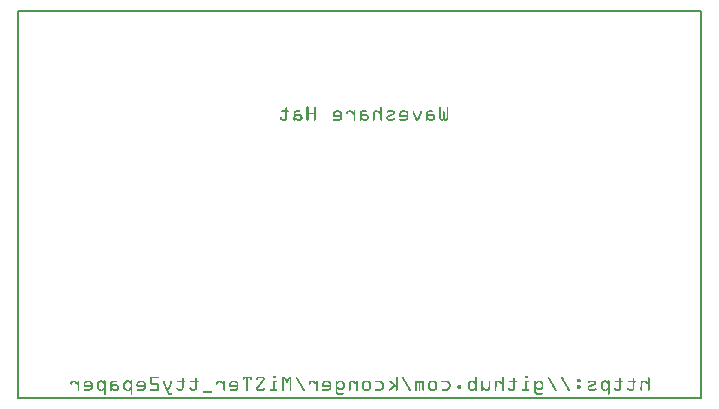
<source format=gbo>
G04 MADE WITH FRITZING*
G04 WWW.FRITZING.ORG*
G04 DOUBLE SIDED*
G04 HOLES PLATED*
G04 CONTOUR ON CENTER OF CONTOUR VECTOR*
%ASAXBY*%
%FSLAX23Y23*%
%MOIN*%
%OFA0B0*%
%SFA1.0B1.0*%
%ADD10R,2.283460X1.299210X2.267460X1.283210*%
%ADD11C,0.008000*%
%ADD12R,0.001000X0.001000*%
%LNSILK0*%
G90*
G70*
G54D11*
X4Y1295D02*
X2279Y1295D01*
X2279Y4D01*
X4Y4D01*
X4Y1295D01*
D02*
G54D12*
X968Y976D02*
X968Y976D01*
X992Y976D02*
X992Y976D01*
X1213Y976D02*
X1213Y976D01*
X1410Y976D02*
X1410Y976D01*
X1434Y976D02*
X1434Y976D01*
X966Y975D02*
X970Y975D01*
X991Y975D02*
X994Y975D01*
X1212Y975D02*
X1215Y975D01*
X1408Y975D02*
X1412Y975D01*
X1433Y975D02*
X1436Y975D01*
X966Y974D02*
X970Y974D01*
X990Y974D02*
X995Y974D01*
X1211Y974D02*
X1216Y974D01*
X1408Y974D02*
X1412Y974D01*
X1432Y974D02*
X1437Y974D01*
X897Y973D02*
X899Y973D01*
X965Y973D02*
X971Y973D01*
X990Y973D02*
X995Y973D01*
X1211Y973D02*
X1216Y973D01*
X1407Y973D02*
X1413Y973D01*
X1432Y973D02*
X1437Y973D01*
X896Y972D02*
X900Y972D01*
X965Y972D02*
X971Y972D01*
X990Y972D02*
X995Y972D01*
X1211Y972D02*
X1216Y972D01*
X1407Y972D02*
X1413Y972D01*
X1432Y972D02*
X1437Y972D01*
X895Y971D02*
X900Y971D01*
X965Y971D02*
X971Y971D01*
X990Y971D02*
X995Y971D01*
X1211Y971D02*
X1216Y971D01*
X1407Y971D02*
X1413Y971D01*
X1432Y971D02*
X1437Y971D01*
X895Y970D02*
X900Y970D01*
X965Y970D02*
X971Y970D01*
X990Y970D02*
X995Y970D01*
X1211Y970D02*
X1216Y970D01*
X1407Y970D02*
X1413Y970D01*
X1432Y970D02*
X1437Y970D01*
X895Y969D02*
X900Y969D01*
X965Y969D02*
X971Y969D01*
X990Y969D02*
X995Y969D01*
X1211Y969D02*
X1216Y969D01*
X1407Y969D02*
X1413Y969D01*
X1432Y969D02*
X1437Y969D01*
X895Y968D02*
X900Y968D01*
X965Y968D02*
X971Y968D01*
X990Y968D02*
X995Y968D01*
X1211Y968D02*
X1216Y968D01*
X1407Y968D02*
X1413Y968D01*
X1432Y968D02*
X1437Y968D01*
X895Y967D02*
X900Y967D01*
X965Y967D02*
X971Y967D01*
X990Y967D02*
X995Y967D01*
X1211Y967D02*
X1216Y967D01*
X1407Y967D02*
X1413Y967D01*
X1432Y967D02*
X1437Y967D01*
X895Y966D02*
X900Y966D01*
X965Y966D02*
X971Y966D01*
X990Y966D02*
X995Y966D01*
X1211Y966D02*
X1216Y966D01*
X1407Y966D02*
X1413Y966D01*
X1432Y966D02*
X1437Y966D01*
X895Y965D02*
X900Y965D01*
X965Y965D02*
X971Y965D01*
X990Y965D02*
X995Y965D01*
X1211Y965D02*
X1216Y965D01*
X1407Y965D02*
X1413Y965D01*
X1432Y965D02*
X1437Y965D01*
X895Y964D02*
X900Y964D01*
X965Y964D02*
X971Y964D01*
X990Y964D02*
X995Y964D01*
X1211Y964D02*
X1216Y964D01*
X1407Y964D02*
X1413Y964D01*
X1432Y964D02*
X1437Y964D01*
X883Y963D02*
X904Y963D01*
X930Y963D02*
X942Y963D01*
X965Y963D02*
X971Y963D01*
X990Y963D02*
X995Y963D01*
X1064Y963D02*
X1073Y963D01*
X1106Y963D02*
X1113Y963D01*
X1125Y963D02*
X1125Y963D01*
X1151Y963D02*
X1163Y963D01*
X1195Y963D02*
X1200Y963D01*
X1211Y963D02*
X1216Y963D01*
X1238Y963D02*
X1253Y963D01*
X1285Y963D02*
X1294Y963D01*
X1322Y963D02*
X1322Y963D01*
X1346Y963D02*
X1346Y963D01*
X1372Y963D02*
X1384Y963D01*
X1407Y963D02*
X1413Y963D01*
X1432Y963D02*
X1437Y963D01*
X881Y962D02*
X906Y962D01*
X927Y962D02*
X944Y962D01*
X965Y962D02*
X971Y962D01*
X990Y962D02*
X995Y962D01*
X1061Y962D02*
X1076Y962D01*
X1103Y962D02*
X1115Y962D01*
X1123Y962D02*
X1127Y962D01*
X1148Y962D02*
X1165Y962D01*
X1192Y962D02*
X1203Y962D01*
X1211Y962D02*
X1216Y962D01*
X1235Y962D02*
X1256Y962D01*
X1282Y962D02*
X1297Y962D01*
X1320Y962D02*
X1323Y962D01*
X1344Y962D02*
X1348Y962D01*
X1369Y962D02*
X1386Y962D01*
X1407Y962D02*
X1413Y962D01*
X1432Y962D02*
X1437Y962D01*
X880Y961D02*
X906Y961D01*
X925Y961D02*
X944Y961D01*
X965Y961D02*
X971Y961D01*
X990Y961D02*
X995Y961D01*
X1059Y961D02*
X1078Y961D01*
X1101Y961D02*
X1116Y961D01*
X1123Y961D02*
X1127Y961D01*
X1146Y961D02*
X1165Y961D01*
X1191Y961D02*
X1205Y961D01*
X1211Y961D02*
X1216Y961D01*
X1234Y961D02*
X1257Y961D01*
X1280Y961D02*
X1299Y961D01*
X1319Y961D02*
X1324Y961D01*
X1344Y961D02*
X1348Y961D01*
X1367Y961D02*
X1386Y961D01*
X1407Y961D02*
X1413Y961D01*
X1432Y961D02*
X1437Y961D01*
X880Y960D02*
X906Y960D01*
X924Y960D02*
X945Y960D01*
X965Y960D02*
X971Y960D01*
X990Y960D02*
X995Y960D01*
X1058Y960D02*
X1079Y960D01*
X1100Y960D02*
X1117Y960D01*
X1122Y960D02*
X1127Y960D01*
X1145Y960D02*
X1166Y960D01*
X1190Y960D02*
X1206Y960D01*
X1211Y960D02*
X1216Y960D01*
X1233Y960D02*
X1258Y960D01*
X1279Y960D02*
X1300Y960D01*
X1319Y960D02*
X1324Y960D01*
X1343Y960D02*
X1348Y960D01*
X1366Y960D02*
X1387Y960D01*
X1407Y960D02*
X1413Y960D01*
X1421Y960D02*
X1423Y960D01*
X1432Y960D02*
X1437Y960D01*
X880Y959D02*
X906Y959D01*
X924Y959D02*
X944Y959D01*
X965Y959D02*
X971Y959D01*
X990Y959D02*
X995Y959D01*
X1057Y959D02*
X1080Y959D01*
X1100Y959D02*
X1118Y959D01*
X1122Y959D02*
X1127Y959D01*
X1145Y959D02*
X1165Y959D01*
X1189Y959D02*
X1208Y959D01*
X1211Y959D02*
X1216Y959D01*
X1232Y959D02*
X1258Y959D01*
X1278Y959D02*
X1301Y959D01*
X1319Y959D02*
X1324Y959D01*
X1343Y959D02*
X1349Y959D01*
X1366Y959D02*
X1386Y959D01*
X1407Y959D02*
X1413Y959D01*
X1420Y959D02*
X1424Y959D01*
X1432Y959D02*
X1437Y959D01*
X881Y958D02*
X906Y958D01*
X923Y958D02*
X944Y958D01*
X965Y958D02*
X971Y958D01*
X990Y958D02*
X995Y958D01*
X1056Y958D02*
X1081Y958D01*
X1099Y958D02*
X1119Y958D01*
X1122Y958D02*
X1127Y958D01*
X1144Y958D02*
X1165Y958D01*
X1188Y958D02*
X1216Y958D01*
X1231Y958D02*
X1259Y958D01*
X1277Y958D02*
X1302Y958D01*
X1319Y958D02*
X1324Y958D01*
X1343Y958D02*
X1349Y958D01*
X1365Y958D02*
X1386Y958D01*
X1407Y958D02*
X1413Y958D01*
X1420Y958D02*
X1425Y958D01*
X1432Y958D02*
X1437Y958D01*
X883Y957D02*
X904Y957D01*
X923Y957D02*
X942Y957D01*
X965Y957D02*
X971Y957D01*
X990Y957D02*
X995Y957D01*
X1055Y957D02*
X1082Y957D01*
X1099Y957D02*
X1127Y957D01*
X1144Y957D02*
X1163Y957D01*
X1188Y957D02*
X1216Y957D01*
X1231Y957D02*
X1259Y957D01*
X1276Y957D02*
X1303Y957D01*
X1319Y957D02*
X1324Y957D01*
X1343Y957D02*
X1349Y957D01*
X1365Y957D02*
X1384Y957D01*
X1407Y957D02*
X1413Y957D01*
X1420Y957D02*
X1425Y957D01*
X1432Y957D02*
X1437Y957D01*
X895Y956D02*
X900Y956D01*
X922Y956D02*
X928Y956D01*
X965Y956D02*
X971Y956D01*
X990Y956D02*
X995Y956D01*
X1055Y956D02*
X1062Y956D01*
X1075Y956D02*
X1082Y956D01*
X1098Y956D02*
X1104Y956D01*
X1113Y956D02*
X1127Y956D01*
X1143Y956D02*
X1149Y956D01*
X1187Y956D02*
X1193Y956D01*
X1202Y956D02*
X1216Y956D01*
X1232Y956D02*
X1236Y956D01*
X1254Y956D02*
X1259Y956D01*
X1276Y956D02*
X1283Y956D01*
X1296Y956D02*
X1303Y956D01*
X1319Y956D02*
X1324Y956D01*
X1343Y956D02*
X1349Y956D01*
X1364Y956D02*
X1370Y956D01*
X1407Y956D02*
X1413Y956D01*
X1420Y956D02*
X1425Y956D01*
X1432Y956D02*
X1437Y956D01*
X895Y955D02*
X900Y955D01*
X922Y955D02*
X928Y955D01*
X965Y955D02*
X995Y955D01*
X1054Y955D02*
X1061Y955D01*
X1076Y955D02*
X1083Y955D01*
X1098Y955D02*
X1103Y955D01*
X1114Y955D02*
X1127Y955D01*
X1143Y955D02*
X1149Y955D01*
X1187Y955D02*
X1193Y955D01*
X1204Y955D02*
X1216Y955D01*
X1233Y955D02*
X1235Y955D01*
X1254Y955D02*
X1259Y955D01*
X1275Y955D02*
X1282Y955D01*
X1297Y955D02*
X1304Y955D01*
X1319Y955D02*
X1324Y955D01*
X1343Y955D02*
X1348Y955D01*
X1364Y955D02*
X1370Y955D01*
X1407Y955D02*
X1413Y955D01*
X1420Y955D02*
X1425Y955D01*
X1432Y955D02*
X1437Y955D01*
X895Y954D02*
X900Y954D01*
X922Y954D02*
X927Y954D01*
X965Y954D02*
X995Y954D01*
X1054Y954D02*
X1060Y954D01*
X1077Y954D02*
X1083Y954D01*
X1098Y954D02*
X1103Y954D01*
X1116Y954D02*
X1127Y954D01*
X1143Y954D02*
X1148Y954D01*
X1187Y954D02*
X1192Y954D01*
X1205Y954D02*
X1216Y954D01*
X1254Y954D02*
X1259Y954D01*
X1275Y954D02*
X1281Y954D01*
X1298Y954D02*
X1304Y954D01*
X1319Y954D02*
X1325Y954D01*
X1343Y954D02*
X1348Y954D01*
X1364Y954D02*
X1369Y954D01*
X1407Y954D02*
X1413Y954D01*
X1420Y954D02*
X1425Y954D01*
X1432Y954D02*
X1437Y954D01*
X895Y953D02*
X900Y953D01*
X922Y953D02*
X927Y953D01*
X965Y953D02*
X995Y953D01*
X1054Y953D02*
X1059Y953D01*
X1078Y953D02*
X1083Y953D01*
X1098Y953D02*
X1103Y953D01*
X1117Y953D02*
X1127Y953D01*
X1143Y953D02*
X1148Y953D01*
X1187Y953D02*
X1192Y953D01*
X1207Y953D02*
X1216Y953D01*
X1252Y953D02*
X1259Y953D01*
X1275Y953D02*
X1280Y953D01*
X1299Y953D02*
X1304Y953D01*
X1320Y953D02*
X1325Y953D01*
X1342Y953D02*
X1348Y953D01*
X1364Y953D02*
X1369Y953D01*
X1407Y953D02*
X1413Y953D01*
X1420Y953D02*
X1425Y953D01*
X1432Y953D02*
X1437Y953D01*
X895Y952D02*
X900Y952D01*
X922Y952D02*
X927Y952D01*
X965Y952D02*
X995Y952D01*
X1054Y952D02*
X1059Y952D01*
X1078Y952D02*
X1083Y952D01*
X1098Y952D02*
X1103Y952D01*
X1118Y952D02*
X1127Y952D01*
X1143Y952D02*
X1148Y952D01*
X1187Y952D02*
X1192Y952D01*
X1208Y952D02*
X1216Y952D01*
X1249Y952D02*
X1259Y952D01*
X1275Y952D02*
X1280Y952D01*
X1299Y952D02*
X1304Y952D01*
X1320Y952D02*
X1326Y952D01*
X1342Y952D02*
X1348Y952D01*
X1364Y952D02*
X1369Y952D01*
X1407Y952D02*
X1413Y952D01*
X1420Y952D02*
X1425Y952D01*
X1432Y952D02*
X1437Y952D01*
X895Y951D02*
X900Y951D01*
X922Y951D02*
X927Y951D01*
X965Y951D02*
X995Y951D01*
X1054Y951D02*
X1059Y951D01*
X1078Y951D02*
X1083Y951D01*
X1098Y951D02*
X1103Y951D01*
X1119Y951D02*
X1127Y951D01*
X1143Y951D02*
X1148Y951D01*
X1187Y951D02*
X1192Y951D01*
X1210Y951D02*
X1216Y951D01*
X1247Y951D02*
X1258Y951D01*
X1275Y951D02*
X1280Y951D01*
X1299Y951D02*
X1304Y951D01*
X1320Y951D02*
X1326Y951D01*
X1341Y951D02*
X1347Y951D01*
X1364Y951D02*
X1369Y951D01*
X1407Y951D02*
X1413Y951D01*
X1420Y951D02*
X1425Y951D01*
X1432Y951D02*
X1437Y951D01*
X895Y950D02*
X900Y950D01*
X922Y950D02*
X927Y950D01*
X929Y950D02*
X943Y950D01*
X965Y950D02*
X995Y950D01*
X1054Y950D02*
X1059Y950D01*
X1078Y950D02*
X1083Y950D01*
X1099Y950D02*
X1102Y950D01*
X1120Y950D02*
X1127Y950D01*
X1143Y950D02*
X1148Y950D01*
X1150Y950D02*
X1164Y950D01*
X1187Y950D02*
X1192Y950D01*
X1211Y950D02*
X1216Y950D01*
X1245Y950D02*
X1257Y950D01*
X1275Y950D02*
X1280Y950D01*
X1299Y950D02*
X1304Y950D01*
X1321Y950D02*
X1327Y950D01*
X1341Y950D02*
X1347Y950D01*
X1364Y950D02*
X1369Y950D01*
X1371Y950D02*
X1385Y950D01*
X1407Y950D02*
X1413Y950D01*
X1420Y950D02*
X1425Y950D01*
X1432Y950D02*
X1437Y950D01*
X895Y949D02*
X900Y949D01*
X922Y949D02*
X946Y949D01*
X965Y949D02*
X971Y949D01*
X989Y949D02*
X995Y949D01*
X1054Y949D02*
X1059Y949D01*
X1078Y949D02*
X1083Y949D01*
X1121Y949D02*
X1127Y949D01*
X1143Y949D02*
X1167Y949D01*
X1187Y949D02*
X1192Y949D01*
X1211Y949D02*
X1216Y949D01*
X1242Y949D02*
X1256Y949D01*
X1275Y949D02*
X1280Y949D01*
X1299Y949D02*
X1304Y949D01*
X1321Y949D02*
X1327Y949D01*
X1341Y949D02*
X1346Y949D01*
X1364Y949D02*
X1388Y949D01*
X1407Y949D02*
X1413Y949D01*
X1420Y949D02*
X1425Y949D01*
X1432Y949D02*
X1437Y949D01*
X895Y948D02*
X900Y948D01*
X922Y948D02*
X947Y948D01*
X965Y948D02*
X971Y948D01*
X990Y948D02*
X995Y948D01*
X1054Y948D02*
X1059Y948D01*
X1078Y948D02*
X1083Y948D01*
X1122Y948D02*
X1127Y948D01*
X1143Y948D02*
X1168Y948D01*
X1187Y948D02*
X1192Y948D01*
X1211Y948D02*
X1216Y948D01*
X1240Y948D02*
X1255Y948D01*
X1275Y948D02*
X1280Y948D01*
X1299Y948D02*
X1304Y948D01*
X1322Y948D02*
X1328Y948D01*
X1340Y948D02*
X1346Y948D01*
X1364Y948D02*
X1389Y948D01*
X1407Y948D02*
X1413Y948D01*
X1420Y948D02*
X1425Y948D01*
X1432Y948D02*
X1437Y948D01*
X895Y947D02*
X900Y947D01*
X922Y947D02*
X948Y947D01*
X965Y947D02*
X971Y947D01*
X990Y947D02*
X995Y947D01*
X1054Y947D02*
X1083Y947D01*
X1122Y947D02*
X1127Y947D01*
X1143Y947D02*
X1169Y947D01*
X1187Y947D02*
X1192Y947D01*
X1211Y947D02*
X1216Y947D01*
X1238Y947D02*
X1252Y947D01*
X1275Y947D02*
X1304Y947D01*
X1322Y947D02*
X1328Y947D01*
X1340Y947D02*
X1345Y947D01*
X1364Y947D02*
X1390Y947D01*
X1407Y947D02*
X1413Y947D01*
X1420Y947D02*
X1425Y947D01*
X1432Y947D02*
X1437Y947D01*
X895Y946D02*
X900Y946D01*
X922Y946D02*
X949Y946D01*
X965Y946D02*
X971Y946D01*
X990Y946D02*
X995Y946D01*
X1054Y946D02*
X1083Y946D01*
X1122Y946D02*
X1127Y946D01*
X1143Y946D02*
X1170Y946D01*
X1187Y946D02*
X1192Y946D01*
X1211Y946D02*
X1216Y946D01*
X1236Y946D02*
X1250Y946D01*
X1275Y946D02*
X1304Y946D01*
X1323Y946D02*
X1328Y946D01*
X1339Y946D02*
X1345Y946D01*
X1364Y946D02*
X1391Y946D01*
X1407Y946D02*
X1413Y946D01*
X1420Y946D02*
X1425Y946D01*
X1432Y946D02*
X1437Y946D01*
X895Y945D02*
X900Y945D01*
X922Y945D02*
X950Y945D01*
X965Y945D02*
X971Y945D01*
X990Y945D02*
X995Y945D01*
X1054Y945D02*
X1083Y945D01*
X1122Y945D02*
X1127Y945D01*
X1143Y945D02*
X1171Y945D01*
X1187Y945D02*
X1192Y945D01*
X1211Y945D02*
X1216Y945D01*
X1234Y945D02*
X1248Y945D01*
X1275Y945D02*
X1304Y945D01*
X1323Y945D02*
X1329Y945D01*
X1339Y945D02*
X1345Y945D01*
X1364Y945D02*
X1392Y945D01*
X1407Y945D02*
X1413Y945D01*
X1420Y945D02*
X1425Y945D01*
X1432Y945D02*
X1437Y945D01*
X895Y944D02*
X900Y944D01*
X922Y944D02*
X950Y944D01*
X965Y944D02*
X971Y944D01*
X990Y944D02*
X995Y944D01*
X1054Y944D02*
X1083Y944D01*
X1122Y944D02*
X1127Y944D01*
X1143Y944D02*
X1171Y944D01*
X1187Y944D02*
X1192Y944D01*
X1211Y944D02*
X1216Y944D01*
X1233Y944D02*
X1245Y944D01*
X1275Y944D02*
X1304Y944D01*
X1324Y944D02*
X1329Y944D01*
X1338Y944D02*
X1344Y944D01*
X1364Y944D02*
X1392Y944D01*
X1407Y944D02*
X1413Y944D01*
X1420Y944D02*
X1425Y944D01*
X1432Y944D02*
X1437Y944D01*
X895Y943D02*
X900Y943D01*
X922Y943D02*
X928Y943D01*
X945Y943D02*
X950Y943D01*
X965Y943D02*
X971Y943D01*
X990Y943D02*
X995Y943D01*
X1054Y943D02*
X1083Y943D01*
X1122Y943D02*
X1127Y943D01*
X1143Y943D02*
X1149Y943D01*
X1166Y943D02*
X1171Y943D01*
X1187Y943D02*
X1192Y943D01*
X1211Y943D02*
X1216Y943D01*
X1232Y943D02*
X1243Y943D01*
X1275Y943D02*
X1304Y943D01*
X1324Y943D02*
X1330Y943D01*
X1338Y943D02*
X1344Y943D01*
X1364Y943D02*
X1370Y943D01*
X1387Y943D02*
X1392Y943D01*
X1407Y943D02*
X1413Y943D01*
X1420Y943D02*
X1425Y943D01*
X1432Y943D02*
X1437Y943D01*
X895Y942D02*
X900Y942D01*
X922Y942D02*
X927Y942D01*
X945Y942D02*
X951Y942D01*
X965Y942D02*
X971Y942D01*
X990Y942D02*
X995Y942D01*
X1055Y942D02*
X1083Y942D01*
X1122Y942D02*
X1127Y942D01*
X1143Y942D02*
X1148Y942D01*
X1166Y942D02*
X1172Y942D01*
X1187Y942D02*
X1192Y942D01*
X1211Y942D02*
X1216Y942D01*
X1232Y942D02*
X1241Y942D01*
X1276Y942D02*
X1304Y942D01*
X1324Y942D02*
X1330Y942D01*
X1337Y942D02*
X1343Y942D01*
X1364Y942D02*
X1369Y942D01*
X1387Y942D02*
X1393Y942D01*
X1407Y942D02*
X1413Y942D01*
X1420Y942D02*
X1425Y942D01*
X1432Y942D02*
X1437Y942D01*
X895Y941D02*
X900Y941D01*
X922Y941D02*
X927Y941D01*
X945Y941D02*
X951Y941D01*
X965Y941D02*
X971Y941D01*
X990Y941D02*
X995Y941D01*
X1078Y941D02*
X1083Y941D01*
X1122Y941D02*
X1127Y941D01*
X1143Y941D02*
X1148Y941D01*
X1166Y941D02*
X1172Y941D01*
X1187Y941D02*
X1192Y941D01*
X1211Y941D02*
X1216Y941D01*
X1231Y941D02*
X1238Y941D01*
X1299Y941D02*
X1304Y941D01*
X1325Y941D02*
X1331Y941D01*
X1337Y941D02*
X1343Y941D01*
X1364Y941D02*
X1369Y941D01*
X1388Y941D02*
X1393Y941D01*
X1407Y941D02*
X1413Y941D01*
X1420Y941D02*
X1425Y941D01*
X1432Y941D02*
X1437Y941D01*
X895Y940D02*
X900Y940D01*
X922Y940D02*
X927Y940D01*
X945Y940D02*
X951Y940D01*
X965Y940D02*
X971Y940D01*
X990Y940D02*
X995Y940D01*
X1078Y940D02*
X1083Y940D01*
X1122Y940D02*
X1127Y940D01*
X1143Y940D02*
X1148Y940D01*
X1167Y940D02*
X1172Y940D01*
X1187Y940D02*
X1192Y940D01*
X1211Y940D02*
X1216Y940D01*
X1231Y940D02*
X1237Y940D01*
X1299Y940D02*
X1304Y940D01*
X1325Y940D02*
X1331Y940D01*
X1337Y940D02*
X1342Y940D01*
X1364Y940D02*
X1369Y940D01*
X1388Y940D02*
X1393Y940D01*
X1407Y940D02*
X1413Y940D01*
X1420Y940D02*
X1425Y940D01*
X1432Y940D02*
X1437Y940D01*
X878Y939D02*
X881Y939D01*
X895Y939D02*
X900Y939D01*
X921Y939D02*
X927Y939D01*
X945Y939D02*
X951Y939D01*
X965Y939D02*
X971Y939D01*
X990Y939D02*
X995Y939D01*
X1078Y939D02*
X1083Y939D01*
X1122Y939D02*
X1127Y939D01*
X1143Y939D02*
X1148Y939D01*
X1167Y939D02*
X1172Y939D01*
X1187Y939D02*
X1192Y939D01*
X1211Y939D02*
X1216Y939D01*
X1231Y939D02*
X1236Y939D01*
X1299Y939D02*
X1304Y939D01*
X1326Y939D02*
X1331Y939D01*
X1336Y939D02*
X1342Y939D01*
X1364Y939D02*
X1369Y939D01*
X1388Y939D02*
X1393Y939D01*
X1407Y939D02*
X1413Y939D01*
X1420Y939D02*
X1425Y939D01*
X1432Y939D02*
X1437Y939D01*
X877Y938D02*
X882Y938D01*
X895Y938D02*
X900Y938D01*
X921Y938D02*
X927Y938D01*
X945Y938D02*
X951Y938D01*
X965Y938D02*
X971Y938D01*
X990Y938D02*
X995Y938D01*
X1078Y938D02*
X1083Y938D01*
X1122Y938D02*
X1127Y938D01*
X1142Y938D02*
X1148Y938D01*
X1167Y938D02*
X1172Y938D01*
X1187Y938D02*
X1192Y938D01*
X1211Y938D02*
X1216Y938D01*
X1231Y938D02*
X1236Y938D01*
X1299Y938D02*
X1304Y938D01*
X1326Y938D02*
X1332Y938D01*
X1336Y938D02*
X1341Y938D01*
X1363Y938D02*
X1370Y938D01*
X1388Y938D02*
X1393Y938D01*
X1407Y938D02*
X1413Y938D01*
X1420Y938D02*
X1425Y938D01*
X1432Y938D02*
X1437Y938D01*
X877Y937D02*
X882Y937D01*
X895Y937D02*
X900Y937D01*
X921Y937D02*
X929Y937D01*
X945Y937D02*
X951Y937D01*
X965Y937D02*
X971Y937D01*
X990Y937D02*
X995Y937D01*
X1077Y937D02*
X1083Y937D01*
X1122Y937D02*
X1127Y937D01*
X1142Y937D02*
X1150Y937D01*
X1166Y937D02*
X1172Y937D01*
X1187Y937D02*
X1192Y937D01*
X1211Y937D02*
X1216Y937D01*
X1231Y937D02*
X1236Y937D01*
X1257Y937D02*
X1258Y937D01*
X1298Y937D02*
X1304Y937D01*
X1327Y937D02*
X1332Y937D01*
X1335Y937D02*
X1341Y937D01*
X1363Y937D02*
X1371Y937D01*
X1387Y937D02*
X1393Y937D01*
X1407Y937D02*
X1413Y937D01*
X1419Y937D02*
X1425Y937D01*
X1431Y937D02*
X1437Y937D01*
X877Y936D02*
X883Y936D01*
X895Y936D02*
X900Y936D01*
X921Y936D02*
X931Y936D01*
X945Y936D02*
X951Y936D01*
X965Y936D02*
X971Y936D01*
X990Y936D02*
X995Y936D01*
X1076Y936D02*
X1083Y936D01*
X1122Y936D02*
X1127Y936D01*
X1142Y936D02*
X1152Y936D01*
X1166Y936D02*
X1172Y936D01*
X1187Y936D02*
X1192Y936D01*
X1211Y936D02*
X1216Y936D01*
X1231Y936D02*
X1237Y936D01*
X1255Y936D02*
X1259Y936D01*
X1297Y936D02*
X1304Y936D01*
X1327Y936D02*
X1333Y936D01*
X1335Y936D02*
X1341Y936D01*
X1363Y936D02*
X1373Y936D01*
X1387Y936D02*
X1393Y936D01*
X1407Y936D02*
X1414Y936D01*
X1419Y936D02*
X1426Y936D01*
X1431Y936D02*
X1437Y936D01*
X877Y935D02*
X884Y935D01*
X894Y935D02*
X900Y935D01*
X921Y935D02*
X933Y935D01*
X944Y935D02*
X950Y935D01*
X965Y935D02*
X971Y935D01*
X990Y935D02*
X995Y935D01*
X1074Y935D02*
X1082Y935D01*
X1122Y935D02*
X1127Y935D01*
X1142Y935D02*
X1154Y935D01*
X1165Y935D02*
X1171Y935D01*
X1187Y935D02*
X1192Y935D01*
X1211Y935D02*
X1216Y935D01*
X1231Y935D02*
X1238Y935D01*
X1254Y935D02*
X1260Y935D01*
X1295Y935D02*
X1303Y935D01*
X1327Y935D02*
X1340Y935D01*
X1363Y935D02*
X1375Y935D01*
X1386Y935D02*
X1392Y935D01*
X1408Y935D02*
X1414Y935D01*
X1418Y935D02*
X1426Y935D01*
X1430Y935D02*
X1436Y935D01*
X878Y934D02*
X900Y934D01*
X921Y934D02*
X950Y934D01*
X965Y934D02*
X971Y934D01*
X990Y934D02*
X995Y934D01*
X1055Y934D02*
X1082Y934D01*
X1122Y934D02*
X1127Y934D01*
X1142Y934D02*
X1171Y934D01*
X1187Y934D02*
X1192Y934D01*
X1211Y934D02*
X1216Y934D01*
X1232Y934D02*
X1260Y934D01*
X1276Y934D02*
X1303Y934D01*
X1328Y934D02*
X1340Y934D01*
X1363Y934D02*
X1392Y934D01*
X1409Y934D02*
X1436Y934D01*
X878Y933D02*
X899Y933D01*
X921Y933D02*
X949Y933D01*
X965Y933D02*
X971Y933D01*
X990Y933D02*
X995Y933D01*
X1054Y933D02*
X1081Y933D01*
X1122Y933D02*
X1127Y933D01*
X1142Y933D02*
X1170Y933D01*
X1187Y933D02*
X1192Y933D01*
X1211Y933D02*
X1216Y933D01*
X1232Y933D02*
X1260Y933D01*
X1275Y933D02*
X1302Y933D01*
X1328Y933D02*
X1339Y933D01*
X1363Y933D02*
X1391Y933D01*
X1409Y933D02*
X1435Y933D01*
X879Y932D02*
X898Y932D01*
X921Y932D02*
X949Y932D01*
X965Y932D02*
X971Y932D01*
X990Y932D02*
X995Y932D01*
X1054Y932D02*
X1080Y932D01*
X1122Y932D02*
X1127Y932D01*
X1142Y932D02*
X1170Y932D01*
X1187Y932D02*
X1192Y932D01*
X1211Y932D02*
X1216Y932D01*
X1233Y932D02*
X1259Y932D01*
X1275Y932D02*
X1301Y932D01*
X1329Y932D02*
X1339Y932D01*
X1363Y932D02*
X1391Y932D01*
X1410Y932D02*
X1435Y932D01*
X880Y931D02*
X898Y931D01*
X921Y931D02*
X926Y931D01*
X928Y931D02*
X948Y931D01*
X966Y931D02*
X971Y931D01*
X990Y931D02*
X995Y931D01*
X1054Y931D02*
X1078Y931D01*
X1122Y931D02*
X1127Y931D01*
X1142Y931D02*
X1147Y931D01*
X1149Y931D02*
X1169Y931D01*
X1187Y931D02*
X1192Y931D01*
X1211Y931D02*
X1216Y931D01*
X1234Y931D02*
X1258Y931D01*
X1275Y931D02*
X1299Y931D01*
X1329Y931D02*
X1338Y931D01*
X1363Y931D02*
X1368Y931D01*
X1370Y931D02*
X1390Y931D01*
X1410Y931D02*
X1434Y931D01*
X881Y930D02*
X896Y930D01*
X922Y930D02*
X926Y930D01*
X930Y930D02*
X947Y930D01*
X966Y930D02*
X970Y930D01*
X990Y930D02*
X994Y930D01*
X1054Y930D02*
X1077Y930D01*
X1123Y930D02*
X1127Y930D01*
X1143Y930D02*
X1147Y930D01*
X1151Y930D02*
X1168Y930D01*
X1187Y930D02*
X1191Y930D01*
X1211Y930D02*
X1215Y930D01*
X1235Y930D02*
X1257Y930D01*
X1275Y930D02*
X1298Y930D01*
X1330Y930D02*
X1338Y930D01*
X1364Y930D02*
X1368Y930D01*
X1372Y930D02*
X1389Y930D01*
X1411Y930D02*
X1421Y930D01*
X1423Y930D02*
X1433Y930D01*
X883Y929D02*
X895Y929D01*
X923Y929D02*
X925Y929D01*
X932Y929D02*
X945Y929D01*
X967Y929D02*
X969Y929D01*
X991Y929D02*
X994Y929D01*
X1055Y929D02*
X1075Y929D01*
X1124Y929D02*
X1126Y929D01*
X1144Y929D02*
X1146Y929D01*
X1153Y929D02*
X1166Y929D01*
X1188Y929D02*
X1190Y929D01*
X1212Y929D02*
X1215Y929D01*
X1237Y929D02*
X1254Y929D01*
X1276Y929D02*
X1296Y929D01*
X1331Y929D02*
X1337Y929D01*
X1365Y929D02*
X1367Y929D01*
X1374Y929D02*
X1387Y929D01*
X1412Y929D02*
X1420Y929D01*
X1424Y929D02*
X1433Y929D01*
X854Y77D02*
X860Y77D01*
X1693Y77D02*
X1700Y77D01*
X853Y76D02*
X861Y76D01*
X1693Y76D02*
X1701Y76D01*
X447Y75D02*
X470Y75D01*
X752Y75D02*
X781Y75D01*
X802Y75D02*
X821Y75D01*
X853Y75D02*
X861Y75D01*
X885Y75D02*
X892Y75D01*
X907Y75D02*
X914Y75D01*
X931Y75D02*
X932Y75D01*
X1264Y75D02*
X1266Y75D01*
X1284Y75D02*
X1286Y75D01*
X1530Y75D02*
X1531Y75D01*
X1618Y75D02*
X1620Y75D01*
X1693Y75D02*
X1701Y75D01*
X1770Y75D02*
X1772Y75D01*
X1815Y75D02*
X1816Y75D01*
X2104Y75D02*
X2106Y75D01*
X445Y74D02*
X472Y74D01*
X752Y74D02*
X782Y74D01*
X800Y74D02*
X823Y74D01*
X853Y74D02*
X861Y74D01*
X885Y74D02*
X892Y74D01*
X906Y74D02*
X914Y74D01*
X930Y74D02*
X934Y74D01*
X1263Y74D02*
X1267Y74D01*
X1283Y74D02*
X1287Y74D01*
X1528Y74D02*
X1532Y74D01*
X1617Y74D02*
X1621Y74D01*
X1693Y74D02*
X1701Y74D01*
X1769Y74D02*
X1773Y74D01*
X1814Y74D02*
X1818Y74D01*
X2103Y74D02*
X2107Y74D01*
X444Y73D02*
X472Y73D01*
X752Y73D02*
X782Y73D01*
X799Y73D02*
X824Y73D01*
X853Y73D02*
X861Y73D01*
X885Y73D02*
X893Y73D01*
X906Y73D02*
X914Y73D01*
X929Y73D02*
X934Y73D01*
X1263Y73D02*
X1268Y73D01*
X1283Y73D02*
X1288Y73D01*
X1528Y73D02*
X1533Y73D01*
X1616Y73D02*
X1621Y73D01*
X1693Y73D02*
X1701Y73D01*
X1769Y73D02*
X1774Y73D01*
X1813Y73D02*
X1818Y73D01*
X2103Y73D02*
X2107Y73D01*
X443Y72D02*
X472Y72D01*
X550Y72D02*
X553Y72D01*
X595Y72D02*
X598Y72D01*
X752Y72D02*
X782Y72D01*
X798Y72D02*
X825Y72D01*
X853Y72D02*
X861Y72D01*
X885Y72D02*
X894Y72D01*
X905Y72D02*
X914Y72D01*
X929Y72D02*
X935Y72D01*
X1263Y72D02*
X1268Y72D01*
X1283Y72D02*
X1288Y72D01*
X1528Y72D02*
X1533Y72D01*
X1616Y72D02*
X1621Y72D01*
X1656Y72D02*
X1658Y72D01*
X1693Y72D02*
X1701Y72D01*
X1769Y72D02*
X1775Y72D01*
X1813Y72D02*
X1819Y72D01*
X2009Y72D02*
X2012Y72D01*
X2053Y72D02*
X2056Y72D01*
X2102Y72D02*
X2108Y72D01*
X443Y71D02*
X472Y71D01*
X550Y71D02*
X554Y71D01*
X594Y71D02*
X598Y71D01*
X752Y71D02*
X782Y71D01*
X797Y71D02*
X825Y71D01*
X853Y71D02*
X861Y71D01*
X885Y71D02*
X895Y71D01*
X904Y71D02*
X914Y71D01*
X929Y71D02*
X935Y71D01*
X1263Y71D02*
X1268Y71D01*
X1283Y71D02*
X1289Y71D01*
X1528Y71D02*
X1533Y71D01*
X1616Y71D02*
X1621Y71D01*
X1655Y71D02*
X1659Y71D01*
X1693Y71D02*
X1700Y71D01*
X1769Y71D02*
X1775Y71D01*
X1813Y71D02*
X1819Y71D01*
X2008Y71D02*
X2013Y71D01*
X2053Y71D02*
X2057Y71D01*
X2102Y71D02*
X2108Y71D01*
X443Y70D02*
X471Y70D01*
X549Y70D02*
X554Y70D01*
X594Y70D02*
X599Y70D01*
X752Y70D02*
X782Y70D01*
X797Y70D02*
X826Y70D01*
X854Y70D02*
X860Y70D01*
X885Y70D02*
X895Y70D01*
X904Y70D02*
X914Y70D01*
X930Y70D02*
X936Y70D01*
X1263Y70D02*
X1268Y70D01*
X1283Y70D02*
X1290Y70D01*
X1528Y70D02*
X1533Y70D01*
X1616Y70D02*
X1621Y70D01*
X1654Y70D02*
X1659Y70D01*
X1694Y70D02*
X1700Y70D01*
X1770Y70D02*
X1776Y70D01*
X1814Y70D02*
X1820Y70D01*
X2008Y70D02*
X2013Y70D01*
X2052Y70D02*
X2057Y70D01*
X2102Y70D02*
X2108Y70D01*
X443Y69D02*
X448Y69D01*
X549Y69D02*
X555Y69D01*
X594Y69D02*
X599Y69D01*
X752Y69D02*
X758Y69D01*
X764Y69D02*
X770Y69D01*
X776Y69D02*
X782Y69D01*
X797Y69D02*
X803Y69D01*
X820Y69D02*
X826Y69D01*
X885Y69D02*
X896Y69D01*
X903Y69D02*
X914Y69D01*
X930Y69D02*
X937Y69D01*
X1263Y69D02*
X1268Y69D01*
X1284Y69D02*
X1290Y69D01*
X1528Y69D02*
X1533Y69D01*
X1616Y69D02*
X1621Y69D01*
X1654Y69D02*
X1660Y69D01*
X1770Y69D02*
X1776Y69D01*
X1814Y69D02*
X1821Y69D01*
X2008Y69D02*
X2013Y69D01*
X2052Y69D02*
X2057Y69D01*
X2102Y69D02*
X2108Y69D01*
X443Y68D02*
X448Y68D01*
X549Y68D02*
X555Y68D01*
X594Y68D02*
X599Y68D01*
X752Y68D02*
X757Y68D01*
X764Y68D02*
X769Y68D01*
X776Y68D02*
X782Y68D01*
X796Y68D02*
X802Y68D01*
X820Y68D02*
X826Y68D01*
X885Y68D02*
X897Y68D01*
X902Y68D02*
X914Y68D01*
X931Y68D02*
X937Y68D01*
X1263Y68D02*
X1268Y68D01*
X1285Y68D02*
X1291Y68D01*
X1528Y68D02*
X1533Y68D01*
X1616Y68D02*
X1621Y68D01*
X1654Y68D02*
X1660Y68D01*
X1771Y68D02*
X1777Y68D01*
X1815Y68D02*
X1821Y68D01*
X2008Y68D02*
X2013Y68D01*
X2052Y68D02*
X2057Y68D01*
X2102Y68D02*
X2108Y68D01*
X443Y67D02*
X448Y67D01*
X549Y67D02*
X555Y67D01*
X594Y67D02*
X599Y67D01*
X752Y67D02*
X757Y67D01*
X764Y67D02*
X769Y67D01*
X776Y67D02*
X782Y67D01*
X796Y67D02*
X801Y67D01*
X820Y67D02*
X826Y67D01*
X885Y67D02*
X897Y67D01*
X902Y67D02*
X914Y67D01*
X932Y67D02*
X938Y67D01*
X1263Y67D02*
X1268Y67D01*
X1285Y67D02*
X1291Y67D01*
X1528Y67D02*
X1533Y67D01*
X1616Y67D02*
X1621Y67D01*
X1654Y67D02*
X1660Y67D01*
X1771Y67D02*
X1778Y67D01*
X1816Y67D02*
X1822Y67D01*
X1868Y67D02*
X1876Y67D01*
X2008Y67D02*
X2013Y67D01*
X2052Y67D02*
X2057Y67D01*
X2102Y67D02*
X2108Y67D01*
X443Y66D02*
X448Y66D01*
X549Y66D02*
X555Y66D01*
X594Y66D02*
X599Y66D01*
X752Y66D02*
X757Y66D01*
X764Y66D02*
X769Y66D01*
X777Y66D02*
X781Y66D01*
X797Y66D02*
X801Y66D01*
X819Y66D02*
X825Y66D01*
X885Y66D02*
X890Y66D01*
X892Y66D02*
X898Y66D01*
X901Y66D02*
X907Y66D01*
X909Y66D02*
X914Y66D01*
X932Y66D02*
X938Y66D01*
X1263Y66D02*
X1268Y66D01*
X1286Y66D02*
X1292Y66D01*
X1528Y66D02*
X1533Y66D01*
X1616Y66D02*
X1621Y66D01*
X1654Y66D02*
X1660Y66D01*
X1772Y66D02*
X1778Y66D01*
X1816Y66D02*
X1822Y66D01*
X1867Y66D02*
X1877Y66D01*
X2008Y66D02*
X2013Y66D01*
X2052Y66D02*
X2057Y66D01*
X2102Y66D02*
X2108Y66D01*
X443Y65D02*
X448Y65D01*
X549Y65D02*
X555Y65D01*
X594Y65D02*
X599Y65D01*
X753Y65D02*
X756Y65D01*
X764Y65D02*
X769Y65D01*
X777Y65D02*
X781Y65D01*
X797Y65D02*
X801Y65D01*
X818Y65D02*
X825Y65D01*
X885Y65D02*
X890Y65D01*
X892Y65D02*
X907Y65D01*
X909Y65D02*
X914Y65D01*
X933Y65D02*
X939Y65D01*
X1263Y65D02*
X1268Y65D01*
X1286Y65D02*
X1293Y65D01*
X1528Y65D02*
X1533Y65D01*
X1616Y65D02*
X1621Y65D01*
X1654Y65D02*
X1660Y65D01*
X1773Y65D02*
X1779Y65D01*
X1817Y65D02*
X1823Y65D01*
X1866Y65D02*
X1877Y65D01*
X2008Y65D02*
X2013Y65D01*
X2052Y65D02*
X2057Y65D01*
X2102Y65D02*
X2108Y65D01*
X443Y64D02*
X448Y64D01*
X549Y64D02*
X555Y64D01*
X594Y64D02*
X599Y64D01*
X764Y64D02*
X769Y64D01*
X817Y64D02*
X824Y64D01*
X885Y64D02*
X890Y64D01*
X893Y64D02*
X906Y64D01*
X909Y64D02*
X914Y64D01*
X933Y64D02*
X939Y64D01*
X1263Y64D02*
X1268Y64D01*
X1287Y64D02*
X1293Y64D01*
X1528Y64D02*
X1533Y64D01*
X1616Y64D02*
X1621Y64D01*
X1654Y64D02*
X1660Y64D01*
X1773Y64D02*
X1779Y64D01*
X1817Y64D02*
X1824Y64D01*
X1866Y64D02*
X1878Y64D01*
X2008Y64D02*
X2013Y64D01*
X2052Y64D02*
X2057Y64D01*
X2102Y64D02*
X2108Y64D01*
X277Y63D02*
X284Y63D01*
X291Y63D02*
X294Y63D01*
X365Y63D02*
X373Y63D01*
X380Y63D02*
X383Y63D01*
X443Y63D02*
X448Y63D01*
X549Y63D02*
X555Y63D01*
X594Y63D02*
X599Y63D01*
X764Y63D02*
X769Y63D01*
X817Y63D02*
X823Y63D01*
X885Y63D02*
X890Y63D01*
X894Y63D02*
X905Y63D01*
X909Y63D02*
X914Y63D01*
X934Y63D02*
X940Y63D01*
X1263Y63D02*
X1268Y63D01*
X1287Y63D02*
X1294Y63D01*
X1528Y63D02*
X1533Y63D01*
X1616Y63D02*
X1621Y63D01*
X1654Y63D02*
X1660Y63D01*
X1774Y63D02*
X1780Y63D01*
X1818Y63D02*
X1824Y63D01*
X1866Y63D02*
X1878Y63D01*
X1957Y63D02*
X1964Y63D01*
X1971Y63D02*
X1974Y63D01*
X2008Y63D02*
X2013Y63D01*
X2052Y63D02*
X2057Y63D01*
X2102Y63D02*
X2108Y63D01*
X184Y62D02*
X193Y62D01*
X203Y62D02*
X205Y62D01*
X230Y62D02*
X242Y62D01*
X275Y62D02*
X286Y62D01*
X291Y62D02*
X295Y62D01*
X317Y62D02*
X332Y62D01*
X364Y62D02*
X374Y62D01*
X379Y62D02*
X383Y62D01*
X407Y62D02*
X419Y62D01*
X443Y62D02*
X448Y62D01*
X489Y62D02*
X490Y62D01*
X513Y62D02*
X515Y62D01*
X536Y62D02*
X559Y62D01*
X580Y62D02*
X603Y62D01*
X670Y62D02*
X680Y62D01*
X690Y62D02*
X692Y62D01*
X717Y62D02*
X729Y62D01*
X764Y62D02*
X769Y62D01*
X816Y62D02*
X823Y62D01*
X854Y62D02*
X865Y62D01*
X885Y62D02*
X890Y62D01*
X894Y62D02*
X905Y62D01*
X909Y62D02*
X914Y62D01*
X934Y62D02*
X941Y62D01*
X980Y62D02*
X989Y62D01*
X999Y62D02*
X1001Y62D01*
X1026Y62D02*
X1038Y62D01*
X1063Y62D02*
X1065Y62D01*
X1073Y62D02*
X1082Y62D01*
X1113Y62D02*
X1121Y62D01*
X1132Y62D02*
X1134Y62D01*
X1159Y62D02*
X1171Y62D01*
X1196Y62D02*
X1212Y62D01*
X1243Y62D02*
X1245Y62D01*
X1263Y62D02*
X1268Y62D01*
X1288Y62D02*
X1294Y62D01*
X1333Y62D02*
X1335Y62D01*
X1344Y62D02*
X1348Y62D01*
X1353Y62D02*
X1355Y62D01*
X1380Y62D02*
X1392Y62D01*
X1417Y62D02*
X1433Y62D01*
X1512Y62D02*
X1521Y62D01*
X1528Y62D02*
X1533Y62D01*
X1549Y62D02*
X1551Y62D01*
X1574Y62D02*
X1576Y62D01*
X1599Y62D02*
X1607Y62D01*
X1616Y62D02*
X1621Y62D01*
X1641Y62D02*
X1664Y62D01*
X1694Y62D02*
X1705Y62D01*
X1726Y62D02*
X1728Y62D01*
X1736Y62D02*
X1745Y62D01*
X1774Y62D02*
X1781Y62D01*
X1818Y62D02*
X1825Y62D01*
X1866Y62D02*
X1878Y62D01*
X1908Y62D02*
X1925Y62D01*
X1955Y62D02*
X1966Y62D01*
X1970Y62D02*
X1975Y62D01*
X1995Y62D02*
X2018Y62D01*
X2039Y62D02*
X2062Y62D01*
X2085Y62D02*
X2093Y62D01*
X2102Y62D02*
X2108Y62D01*
X182Y61D02*
X195Y61D01*
X202Y61D02*
X206Y61D01*
X228Y61D02*
X245Y61D01*
X274Y61D02*
X287Y61D01*
X290Y61D02*
X295Y61D01*
X315Y61D02*
X333Y61D01*
X362Y61D02*
X376Y61D01*
X379Y61D02*
X384Y61D01*
X405Y61D02*
X421Y61D01*
X443Y61D02*
X448Y61D01*
X487Y61D02*
X492Y61D01*
X512Y61D02*
X516Y61D01*
X535Y61D02*
X560Y61D01*
X579Y61D02*
X604Y61D01*
X668Y61D02*
X681Y61D01*
X689Y61D02*
X693Y61D01*
X714Y61D02*
X731Y61D01*
X764Y61D02*
X769Y61D01*
X815Y61D02*
X822Y61D01*
X853Y61D02*
X866Y61D01*
X885Y61D02*
X890Y61D01*
X895Y61D02*
X904Y61D01*
X909Y61D02*
X914Y61D01*
X935Y61D02*
X941Y61D01*
X977Y61D02*
X990Y61D01*
X998Y61D02*
X1002Y61D01*
X1024Y61D02*
X1040Y61D01*
X1062Y61D02*
X1066Y61D01*
X1071Y61D02*
X1084Y61D01*
X1111Y61D02*
X1123Y61D01*
X1131Y61D02*
X1135Y61D01*
X1157Y61D02*
X1173Y61D01*
X1195Y61D02*
X1214Y61D01*
X1242Y61D02*
X1246Y61D01*
X1263Y61D02*
X1268Y61D01*
X1289Y61D02*
X1295Y61D01*
X1331Y61D02*
X1337Y61D01*
X1342Y61D02*
X1350Y61D01*
X1352Y61D02*
X1356Y61D01*
X1378Y61D02*
X1394Y61D01*
X1416Y61D02*
X1435Y61D01*
X1510Y61D02*
X1523Y61D01*
X1528Y61D02*
X1533Y61D01*
X1548Y61D02*
X1552Y61D01*
X1573Y61D02*
X1577Y61D01*
X1597Y61D02*
X1609Y61D01*
X1616Y61D02*
X1621Y61D01*
X1640Y61D02*
X1665Y61D01*
X1693Y61D02*
X1706Y61D01*
X1725Y61D02*
X1729Y61D01*
X1734Y61D02*
X1747Y61D01*
X1775Y61D02*
X1781Y61D01*
X1819Y61D02*
X1825Y61D01*
X1866Y61D02*
X1878Y61D01*
X1905Y61D02*
X1927Y61D01*
X1953Y61D02*
X1967Y61D01*
X1970Y61D02*
X1975Y61D01*
X1993Y61D02*
X2019Y61D01*
X2038Y61D02*
X2063Y61D01*
X2083Y61D02*
X2095Y61D01*
X2102Y61D02*
X2108Y61D01*
X181Y60D02*
X196Y60D01*
X202Y60D02*
X207Y60D01*
X227Y60D02*
X246Y60D01*
X273Y60D02*
X288Y60D01*
X290Y60D02*
X295Y60D01*
X314Y60D02*
X333Y60D01*
X361Y60D02*
X377Y60D01*
X379Y60D02*
X384Y60D01*
X404Y60D02*
X423Y60D01*
X443Y60D02*
X448Y60D01*
X487Y60D02*
X492Y60D01*
X511Y60D02*
X516Y60D01*
X534Y60D02*
X560Y60D01*
X579Y60D02*
X605Y60D01*
X667Y60D02*
X682Y60D01*
X688Y60D02*
X693Y60D01*
X713Y60D02*
X732Y60D01*
X764Y60D02*
X769Y60D01*
X814Y60D02*
X821Y60D01*
X853Y60D02*
X867Y60D01*
X885Y60D02*
X890Y60D01*
X896Y60D02*
X903Y60D01*
X909Y60D02*
X914Y60D01*
X936Y60D02*
X942Y60D01*
X976Y60D02*
X991Y60D01*
X998Y60D02*
X1002Y60D01*
X1023Y60D02*
X1042Y60D01*
X1062Y60D02*
X1067Y60D01*
X1070Y60D02*
X1086Y60D01*
X1110Y60D02*
X1125Y60D01*
X1130Y60D02*
X1135Y60D01*
X1155Y60D02*
X1174Y60D01*
X1194Y60D02*
X1216Y60D01*
X1242Y60D02*
X1247Y60D01*
X1263Y60D02*
X1268Y60D01*
X1289Y60D02*
X1295Y60D01*
X1329Y60D02*
X1339Y60D01*
X1341Y60D02*
X1357Y60D01*
X1376Y60D02*
X1395Y60D01*
X1415Y60D02*
X1437Y60D01*
X1509Y60D02*
X1525Y60D01*
X1528Y60D02*
X1533Y60D01*
X1548Y60D02*
X1553Y60D01*
X1572Y60D02*
X1577Y60D01*
X1596Y60D02*
X1611Y60D01*
X1616Y60D02*
X1621Y60D01*
X1639Y60D02*
X1665Y60D01*
X1693Y60D02*
X1707Y60D01*
X1725Y60D02*
X1730Y60D01*
X1733Y60D02*
X1749Y60D01*
X1775Y60D02*
X1782Y60D01*
X1820Y60D02*
X1826Y60D01*
X1866Y60D02*
X1878Y60D01*
X1904Y60D02*
X1928Y60D01*
X1952Y60D02*
X1968Y60D01*
X1970Y60D02*
X1975Y60D01*
X1993Y60D02*
X2019Y60D01*
X2037Y60D02*
X2063Y60D01*
X2082Y60D02*
X2097Y60D01*
X2102Y60D02*
X2108Y60D01*
X180Y59D02*
X197Y59D01*
X202Y59D02*
X207Y59D01*
X226Y59D02*
X247Y59D01*
X271Y59D02*
X295Y59D01*
X313Y59D02*
X333Y59D01*
X360Y59D02*
X384Y59D01*
X402Y59D02*
X424Y59D01*
X443Y59D02*
X448Y59D01*
X487Y59D02*
X492Y59D01*
X511Y59D02*
X516Y59D01*
X534Y59D02*
X560Y59D01*
X578Y59D02*
X605Y59D01*
X666Y59D02*
X683Y59D01*
X688Y59D02*
X693Y59D01*
X712Y59D02*
X733Y59D01*
X764Y59D02*
X769Y59D01*
X813Y59D02*
X820Y59D01*
X853Y59D02*
X867Y59D01*
X885Y59D02*
X890Y59D01*
X896Y59D02*
X903Y59D01*
X909Y59D02*
X914Y59D01*
X936Y59D02*
X942Y59D01*
X975Y59D02*
X993Y59D01*
X997Y59D02*
X1003Y59D01*
X1021Y59D02*
X1043Y59D01*
X1062Y59D02*
X1067Y59D01*
X1069Y59D02*
X1087Y59D01*
X1109Y59D02*
X1126Y59D01*
X1130Y59D02*
X1135Y59D01*
X1154Y59D02*
X1175Y59D01*
X1194Y59D02*
X1217Y59D01*
X1241Y59D02*
X1249Y59D01*
X1263Y59D02*
X1268Y59D01*
X1290Y59D02*
X1296Y59D01*
X1328Y59D02*
X1357Y59D01*
X1375Y59D02*
X1396Y59D01*
X1415Y59D02*
X1438Y59D01*
X1508Y59D02*
X1526Y59D01*
X1528Y59D02*
X1533Y59D01*
X1548Y59D02*
X1553Y59D01*
X1572Y59D02*
X1577Y59D01*
X1595Y59D02*
X1612Y59D01*
X1616Y59D02*
X1621Y59D01*
X1639Y59D02*
X1666Y59D01*
X1693Y59D02*
X1707Y59D01*
X1725Y59D02*
X1730Y59D01*
X1732Y59D02*
X1750Y59D01*
X1776Y59D02*
X1782Y59D01*
X1820Y59D02*
X1826Y59D01*
X1866Y59D02*
X1878Y59D01*
X1903Y59D02*
X1929Y59D01*
X1951Y59D02*
X1975Y59D01*
X1993Y59D02*
X2019Y59D01*
X2037Y59D02*
X2063Y59D01*
X2081Y59D02*
X2099Y59D01*
X2102Y59D02*
X2108Y59D01*
X179Y58D02*
X198Y58D01*
X202Y58D02*
X207Y58D01*
X225Y58D02*
X248Y58D01*
X270Y58D02*
X295Y58D01*
X312Y58D02*
X333Y58D01*
X359Y58D02*
X384Y58D01*
X401Y58D02*
X425Y58D01*
X443Y58D02*
X448Y58D01*
X487Y58D02*
X492Y58D01*
X511Y58D02*
X516Y58D01*
X535Y58D02*
X560Y58D01*
X579Y58D02*
X604Y58D01*
X665Y58D02*
X684Y58D01*
X688Y58D02*
X693Y58D01*
X711Y58D02*
X734Y58D01*
X764Y58D02*
X769Y58D01*
X813Y58D02*
X820Y58D01*
X853Y58D02*
X867Y58D01*
X885Y58D02*
X890Y58D01*
X897Y58D02*
X902Y58D01*
X909Y58D02*
X914Y58D01*
X937Y58D02*
X943Y58D01*
X975Y58D02*
X994Y58D01*
X997Y58D02*
X1003Y58D01*
X1020Y58D02*
X1044Y58D01*
X1062Y58D02*
X1088Y58D01*
X1108Y58D02*
X1128Y58D01*
X1130Y58D02*
X1135Y58D01*
X1153Y58D02*
X1176Y58D01*
X1194Y58D02*
X1218Y58D01*
X1242Y58D02*
X1250Y58D01*
X1263Y58D02*
X1268Y58D01*
X1290Y58D02*
X1297Y58D01*
X1328Y58D02*
X1357Y58D01*
X1374Y58D02*
X1397Y58D01*
X1415Y58D02*
X1439Y58D01*
X1506Y58D02*
X1533Y58D01*
X1548Y58D02*
X1553Y58D01*
X1572Y58D02*
X1577Y58D01*
X1594Y58D02*
X1614Y58D01*
X1616Y58D02*
X1621Y58D01*
X1640Y58D02*
X1665Y58D01*
X1693Y58D02*
X1706Y58D01*
X1725Y58D02*
X1751Y58D01*
X1777Y58D02*
X1783Y58D01*
X1821Y58D02*
X1827Y58D01*
X1867Y58D02*
X1877Y58D01*
X1902Y58D02*
X1929Y58D01*
X1950Y58D02*
X1975Y58D01*
X1993Y58D02*
X2019Y58D01*
X2037Y58D02*
X2063Y58D01*
X2080Y58D02*
X2100Y58D01*
X2102Y58D02*
X2108Y58D01*
X178Y57D02*
X199Y57D01*
X202Y57D02*
X207Y57D01*
X224Y57D02*
X249Y57D01*
X269Y57D02*
X278Y57D01*
X283Y57D02*
X295Y57D01*
X312Y57D02*
X332Y57D01*
X358Y57D02*
X366Y57D01*
X372Y57D02*
X384Y57D01*
X401Y57D02*
X426Y57D01*
X443Y57D02*
X448Y57D01*
X487Y57D02*
X492Y57D01*
X511Y57D02*
X516Y57D01*
X535Y57D02*
X559Y57D01*
X580Y57D02*
X604Y57D01*
X665Y57D02*
X685Y57D01*
X688Y57D02*
X693Y57D01*
X710Y57D02*
X735Y57D01*
X764Y57D02*
X769Y57D01*
X812Y57D02*
X819Y57D01*
X853Y57D02*
X866Y57D01*
X885Y57D02*
X890Y57D01*
X897Y57D02*
X902Y57D01*
X909Y57D02*
X914Y57D01*
X937Y57D02*
X944Y57D01*
X974Y57D02*
X995Y57D01*
X997Y57D02*
X1003Y57D01*
X1019Y57D02*
X1045Y57D01*
X1062Y57D02*
X1089Y57D01*
X1107Y57D02*
X1135Y57D01*
X1152Y57D02*
X1177Y57D01*
X1195Y57D02*
X1219Y57D01*
X1243Y57D02*
X1251Y57D01*
X1263Y57D02*
X1268Y57D01*
X1291Y57D02*
X1297Y57D01*
X1327Y57D02*
X1357Y57D01*
X1373Y57D02*
X1398Y57D01*
X1416Y57D02*
X1440Y57D01*
X1506Y57D02*
X1533Y57D01*
X1548Y57D02*
X1553Y57D01*
X1572Y57D02*
X1577Y57D01*
X1594Y57D02*
X1621Y57D01*
X1640Y57D02*
X1665Y57D01*
X1693Y57D02*
X1706Y57D01*
X1725Y57D02*
X1752Y57D01*
X1777Y57D02*
X1783Y57D01*
X1821Y57D02*
X1828Y57D01*
X1867Y57D02*
X1876Y57D01*
X1902Y57D02*
X1930Y57D01*
X1949Y57D02*
X1957Y57D01*
X1963Y57D02*
X1975Y57D01*
X1994Y57D02*
X2018Y57D01*
X2038Y57D02*
X2062Y57D01*
X2080Y57D02*
X2108Y57D01*
X178Y56D02*
X185Y56D01*
X192Y56D02*
X207Y56D01*
X223Y56D02*
X231Y56D01*
X242Y56D02*
X250Y56D01*
X268Y56D02*
X276Y56D01*
X284Y56D02*
X295Y56D01*
X311Y56D02*
X318Y56D01*
X357Y56D02*
X365Y56D01*
X373Y56D02*
X384Y56D01*
X400Y56D02*
X408Y56D01*
X419Y56D02*
X427Y56D01*
X443Y56D02*
X448Y56D01*
X487Y56D02*
X492Y56D01*
X511Y56D02*
X516Y56D01*
X549Y56D02*
X555Y56D01*
X593Y56D02*
X599Y56D01*
X664Y56D02*
X671Y56D01*
X678Y56D02*
X693Y56D01*
X709Y56D02*
X717Y56D01*
X728Y56D02*
X736Y56D01*
X764Y56D02*
X769Y56D01*
X811Y56D02*
X818Y56D01*
X853Y56D02*
X858Y56D01*
X885Y56D02*
X890Y56D01*
X897Y56D02*
X902Y56D01*
X909Y56D02*
X914Y56D01*
X938Y56D02*
X944Y56D01*
X974Y56D02*
X980Y56D01*
X987Y56D02*
X1003Y56D01*
X1019Y56D02*
X1027Y56D01*
X1037Y56D02*
X1045Y56D01*
X1062Y56D02*
X1074Y56D01*
X1082Y56D02*
X1090Y56D01*
X1107Y56D02*
X1114Y56D01*
X1120Y56D02*
X1135Y56D01*
X1151Y56D02*
X1159Y56D01*
X1170Y56D02*
X1178Y56D01*
X1211Y56D02*
X1220Y56D01*
X1244Y56D02*
X1252Y56D01*
X1263Y56D02*
X1268Y56D01*
X1292Y56D02*
X1298Y56D01*
X1327Y56D02*
X1333Y56D01*
X1335Y56D02*
X1345Y56D01*
X1347Y56D02*
X1357Y56D01*
X1372Y56D02*
X1380Y56D01*
X1391Y56D02*
X1399Y56D01*
X1432Y56D02*
X1441Y56D01*
X1505Y56D02*
X1513Y56D01*
X1521Y56D02*
X1533Y56D01*
X1548Y56D02*
X1553Y56D01*
X1572Y56D02*
X1577Y56D01*
X1593Y56D02*
X1600Y56D01*
X1607Y56D02*
X1621Y56D01*
X1654Y56D02*
X1660Y56D01*
X1693Y56D02*
X1698Y56D01*
X1725Y56D02*
X1737Y56D01*
X1745Y56D02*
X1753Y56D01*
X1778Y56D02*
X1784Y56D01*
X1822Y56D02*
X1828Y56D01*
X1902Y56D02*
X1908Y56D01*
X1924Y56D02*
X1930Y56D01*
X1948Y56D02*
X1956Y56D01*
X1964Y56D02*
X1975Y56D01*
X2008Y56D02*
X2013Y56D01*
X2052Y56D02*
X2058Y56D01*
X2079Y56D02*
X2086Y56D01*
X2093Y56D02*
X2108Y56D01*
X178Y55D02*
X183Y55D01*
X193Y55D02*
X207Y55D01*
X222Y55D02*
X229Y55D01*
X243Y55D02*
X250Y55D01*
X268Y55D02*
X275Y55D01*
X285Y55D02*
X295Y55D01*
X311Y55D02*
X317Y55D01*
X356Y55D02*
X364Y55D01*
X374Y55D02*
X384Y55D01*
X399Y55D02*
X406Y55D01*
X420Y55D02*
X427Y55D01*
X443Y55D02*
X448Y55D01*
X487Y55D02*
X492Y55D01*
X511Y55D02*
X516Y55D01*
X549Y55D02*
X555Y55D01*
X594Y55D02*
X599Y55D01*
X664Y55D02*
X670Y55D01*
X679Y55D02*
X693Y55D01*
X709Y55D02*
X716Y55D01*
X730Y55D02*
X737Y55D01*
X764Y55D02*
X769Y55D01*
X810Y55D02*
X817Y55D01*
X853Y55D02*
X858Y55D01*
X885Y55D02*
X890Y55D01*
X897Y55D02*
X901Y55D01*
X909Y55D02*
X914Y55D01*
X939Y55D02*
X945Y55D01*
X973Y55D02*
X979Y55D01*
X989Y55D02*
X1003Y55D01*
X1018Y55D02*
X1025Y55D01*
X1039Y55D02*
X1046Y55D01*
X1062Y55D02*
X1072Y55D01*
X1083Y55D02*
X1090Y55D01*
X1107Y55D02*
X1112Y55D01*
X1122Y55D02*
X1135Y55D01*
X1151Y55D02*
X1158Y55D01*
X1172Y55D02*
X1179Y55D01*
X1213Y55D02*
X1221Y55D01*
X1245Y55D02*
X1253Y55D01*
X1263Y55D02*
X1268Y55D01*
X1292Y55D02*
X1298Y55D01*
X1327Y55D02*
X1332Y55D01*
X1336Y55D02*
X1344Y55D01*
X1348Y55D02*
X1357Y55D01*
X1372Y55D02*
X1379Y55D01*
X1393Y55D02*
X1400Y55D01*
X1434Y55D02*
X1442Y55D01*
X1504Y55D02*
X1511Y55D01*
X1522Y55D02*
X1533Y55D01*
X1548Y55D02*
X1553Y55D01*
X1572Y55D02*
X1577Y55D01*
X1593Y55D02*
X1599Y55D01*
X1608Y55D02*
X1621Y55D01*
X1654Y55D02*
X1660Y55D01*
X1693Y55D02*
X1698Y55D01*
X1725Y55D02*
X1735Y55D01*
X1746Y55D02*
X1753Y55D01*
X1778Y55D02*
X1785Y55D01*
X1823Y55D02*
X1829Y55D01*
X1903Y55D02*
X1907Y55D01*
X1925Y55D02*
X1930Y55D01*
X1947Y55D02*
X1955Y55D01*
X1965Y55D02*
X1975Y55D01*
X2008Y55D02*
X2013Y55D01*
X2052Y55D02*
X2057Y55D01*
X2079Y55D02*
X2085Y55D01*
X2094Y55D02*
X2108Y55D01*
X178Y54D02*
X183Y54D01*
X194Y54D02*
X207Y54D01*
X222Y54D02*
X228Y54D01*
X245Y54D02*
X251Y54D01*
X267Y54D02*
X274Y54D01*
X286Y54D02*
X295Y54D01*
X311Y54D02*
X316Y54D01*
X355Y54D02*
X363Y54D01*
X375Y54D02*
X384Y54D01*
X399Y54D02*
X405Y54D01*
X421Y54D02*
X427Y54D01*
X443Y54D02*
X468Y54D01*
X487Y54D02*
X492Y54D01*
X511Y54D02*
X516Y54D01*
X549Y54D02*
X555Y54D01*
X594Y54D02*
X599Y54D01*
X664Y54D02*
X669Y54D01*
X680Y54D02*
X693Y54D01*
X708Y54D02*
X714Y54D01*
X731Y54D02*
X737Y54D01*
X764Y54D02*
X769Y54D01*
X810Y54D02*
X817Y54D01*
X853Y54D02*
X858Y54D01*
X885Y54D02*
X890Y54D01*
X899Y54D02*
X900Y54D01*
X909Y54D02*
X914Y54D01*
X939Y54D02*
X945Y54D01*
X973Y54D02*
X978Y54D01*
X990Y54D02*
X1003Y54D01*
X1018Y54D02*
X1024Y54D01*
X1040Y54D02*
X1046Y54D01*
X1062Y54D02*
X1071Y54D01*
X1084Y54D02*
X1091Y54D01*
X1107Y54D02*
X1112Y54D01*
X1124Y54D02*
X1135Y54D01*
X1150Y54D02*
X1156Y54D01*
X1173Y54D02*
X1179Y54D01*
X1214Y54D02*
X1222Y54D01*
X1246Y54D02*
X1254Y54D01*
X1263Y54D02*
X1268Y54D01*
X1293Y54D02*
X1299Y54D01*
X1327Y54D02*
X1332Y54D01*
X1337Y54D02*
X1344Y54D01*
X1349Y54D02*
X1357Y54D01*
X1371Y54D02*
X1377Y54D01*
X1394Y54D02*
X1400Y54D01*
X1435Y54D02*
X1443Y54D01*
X1504Y54D02*
X1510Y54D01*
X1523Y54D02*
X1533Y54D01*
X1548Y54D02*
X1553Y54D01*
X1572Y54D02*
X1577Y54D01*
X1593Y54D02*
X1598Y54D01*
X1610Y54D02*
X1621Y54D01*
X1654Y54D02*
X1660Y54D01*
X1693Y54D02*
X1698Y54D01*
X1725Y54D02*
X1734Y54D01*
X1747Y54D02*
X1754Y54D01*
X1779Y54D02*
X1785Y54D01*
X1823Y54D02*
X1829Y54D01*
X1904Y54D02*
X1905Y54D01*
X1925Y54D02*
X1930Y54D01*
X1947Y54D02*
X1954Y54D01*
X1966Y54D02*
X1975Y54D01*
X2008Y54D02*
X2013Y54D01*
X2052Y54D02*
X2057Y54D01*
X2079Y54D02*
X2084Y54D01*
X2096Y54D02*
X2108Y54D01*
X177Y53D02*
X183Y53D01*
X195Y53D02*
X207Y53D01*
X222Y53D02*
X227Y53D01*
X245Y53D02*
X251Y53D01*
X266Y53D02*
X273Y53D01*
X287Y53D02*
X295Y53D01*
X311Y53D02*
X316Y53D01*
X355Y53D02*
X361Y53D01*
X376Y53D02*
X384Y53D01*
X399Y53D02*
X404Y53D01*
X422Y53D02*
X428Y53D01*
X443Y53D02*
X470Y53D01*
X487Y53D02*
X493Y53D01*
X510Y53D02*
X516Y53D01*
X549Y53D02*
X555Y53D01*
X594Y53D02*
X599Y53D01*
X664Y53D02*
X669Y53D01*
X682Y53D02*
X693Y53D01*
X708Y53D02*
X714Y53D01*
X732Y53D02*
X737Y53D01*
X764Y53D02*
X769Y53D01*
X809Y53D02*
X816Y53D01*
X853Y53D02*
X858Y53D01*
X885Y53D02*
X890Y53D01*
X909Y53D02*
X914Y53D01*
X940Y53D02*
X946Y53D01*
X973Y53D02*
X978Y53D01*
X991Y53D02*
X1003Y53D01*
X1017Y53D02*
X1023Y53D01*
X1041Y53D02*
X1047Y53D01*
X1062Y53D02*
X1070Y53D01*
X1085Y53D02*
X1091Y53D01*
X1107Y53D02*
X1112Y53D01*
X1125Y53D02*
X1135Y53D01*
X1150Y53D02*
X1156Y53D01*
X1174Y53D02*
X1179Y53D01*
X1215Y53D02*
X1223Y53D01*
X1247Y53D02*
X1256Y53D01*
X1263Y53D02*
X1268Y53D01*
X1293Y53D02*
X1300Y53D01*
X1327Y53D02*
X1332Y53D01*
X1339Y53D02*
X1344Y53D01*
X1351Y53D02*
X1357Y53D01*
X1371Y53D02*
X1377Y53D01*
X1395Y53D02*
X1400Y53D01*
X1436Y53D02*
X1444Y53D01*
X1504Y53D02*
X1509Y53D01*
X1524Y53D02*
X1533Y53D01*
X1548Y53D02*
X1553Y53D01*
X1572Y53D02*
X1577Y53D01*
X1593Y53D02*
X1598Y53D01*
X1611Y53D02*
X1621Y53D01*
X1654Y53D02*
X1660Y53D01*
X1693Y53D02*
X1698Y53D01*
X1725Y53D02*
X1733Y53D01*
X1748Y53D02*
X1754Y53D01*
X1780Y53D02*
X1786Y53D01*
X1824Y53D02*
X1830Y53D01*
X1924Y53D02*
X1930Y53D01*
X1946Y53D02*
X1953Y53D01*
X1967Y53D02*
X1975Y53D01*
X2008Y53D02*
X2013Y53D01*
X2052Y53D02*
X2057Y53D01*
X2079Y53D02*
X2084Y53D01*
X2098Y53D02*
X2108Y53D01*
X177Y52D02*
X183Y52D01*
X197Y52D02*
X207Y52D01*
X222Y52D02*
X227Y52D01*
X246Y52D02*
X251Y52D01*
X266Y52D02*
X272Y52D01*
X288Y52D02*
X295Y52D01*
X311Y52D02*
X316Y52D01*
X355Y52D02*
X360Y52D01*
X377Y52D02*
X384Y52D01*
X399Y52D02*
X404Y52D01*
X423Y52D02*
X428Y52D01*
X443Y52D02*
X471Y52D01*
X488Y52D02*
X493Y52D01*
X510Y52D02*
X516Y52D01*
X549Y52D02*
X555Y52D01*
X594Y52D02*
X599Y52D01*
X664Y52D02*
X669Y52D01*
X683Y52D02*
X693Y52D01*
X708Y52D02*
X713Y52D01*
X732Y52D02*
X737Y52D01*
X764Y52D02*
X769Y52D01*
X808Y52D02*
X815Y52D01*
X853Y52D02*
X858Y52D01*
X885Y52D02*
X890Y52D01*
X909Y52D02*
X914Y52D01*
X940Y52D02*
X947Y52D01*
X973Y52D02*
X978Y52D01*
X992Y52D02*
X1003Y52D01*
X1017Y52D02*
X1023Y52D01*
X1041Y52D02*
X1047Y52D01*
X1062Y52D02*
X1069Y52D01*
X1086Y52D02*
X1091Y52D01*
X1106Y52D02*
X1112Y52D01*
X1127Y52D02*
X1135Y52D01*
X1150Y52D02*
X1155Y52D01*
X1174Y52D02*
X1179Y52D01*
X1216Y52D02*
X1223Y52D01*
X1248Y52D02*
X1257Y52D01*
X1263Y52D02*
X1268Y52D01*
X1294Y52D02*
X1300Y52D01*
X1327Y52D02*
X1332Y52D01*
X1339Y52D02*
X1344Y52D01*
X1351Y52D02*
X1357Y52D01*
X1371Y52D02*
X1376Y52D01*
X1395Y52D02*
X1400Y52D01*
X1437Y52D02*
X1444Y52D01*
X1504Y52D02*
X1509Y52D01*
X1526Y52D02*
X1533Y52D01*
X1548Y52D02*
X1553Y52D01*
X1572Y52D02*
X1577Y52D01*
X1593Y52D02*
X1598Y52D01*
X1613Y52D02*
X1621Y52D01*
X1654Y52D02*
X1660Y52D01*
X1693Y52D02*
X1698Y52D01*
X1725Y52D02*
X1732Y52D01*
X1749Y52D02*
X1754Y52D01*
X1780Y52D02*
X1786Y52D01*
X1824Y52D02*
X1831Y52D01*
X1922Y52D02*
X1930Y52D01*
X1946Y52D02*
X1952Y52D01*
X1968Y52D02*
X1975Y52D01*
X2008Y52D02*
X2013Y52D01*
X2052Y52D02*
X2057Y52D01*
X2079Y52D02*
X2084Y52D01*
X2099Y52D02*
X2108Y52D01*
X178Y51D02*
X183Y51D01*
X198Y51D02*
X207Y51D01*
X222Y51D02*
X227Y51D01*
X246Y51D02*
X251Y51D01*
X266Y51D02*
X271Y51D01*
X289Y51D02*
X295Y51D01*
X311Y51D02*
X316Y51D01*
X354Y51D02*
X360Y51D01*
X378Y51D02*
X384Y51D01*
X399Y51D02*
X404Y51D01*
X423Y51D02*
X428Y51D01*
X444Y51D02*
X472Y51D01*
X488Y51D02*
X494Y51D01*
X510Y51D02*
X515Y51D01*
X549Y51D02*
X555Y51D01*
X594Y51D02*
X599Y51D01*
X664Y51D02*
X669Y51D01*
X684Y51D02*
X693Y51D01*
X708Y51D02*
X713Y51D01*
X732Y51D02*
X737Y51D01*
X764Y51D02*
X769Y51D01*
X807Y51D02*
X814Y51D01*
X853Y51D02*
X858Y51D01*
X885Y51D02*
X890Y51D01*
X909Y51D02*
X914Y51D01*
X941Y51D02*
X947Y51D01*
X973Y51D02*
X978Y51D01*
X993Y51D02*
X1003Y51D01*
X1017Y51D02*
X1023Y51D01*
X1042Y51D02*
X1047Y51D01*
X1062Y51D02*
X1068Y51D01*
X1086Y51D02*
X1091Y51D01*
X1106Y51D02*
X1112Y51D01*
X1128Y51D02*
X1135Y51D01*
X1150Y51D02*
X1155Y51D01*
X1174Y51D02*
X1179Y51D01*
X1217Y51D02*
X1223Y51D01*
X1249Y51D02*
X1258Y51D01*
X1263Y51D02*
X1268Y51D01*
X1295Y51D02*
X1301Y51D01*
X1327Y51D02*
X1332Y51D01*
X1339Y51D02*
X1344Y51D01*
X1351Y51D02*
X1357Y51D01*
X1371Y51D02*
X1376Y51D01*
X1395Y51D02*
X1400Y51D01*
X1438Y51D02*
X1444Y51D01*
X1504Y51D02*
X1509Y51D01*
X1527Y51D02*
X1533Y51D01*
X1548Y51D02*
X1553Y51D01*
X1572Y51D02*
X1577Y51D01*
X1593Y51D02*
X1598Y51D01*
X1614Y51D02*
X1621Y51D01*
X1654Y51D02*
X1660Y51D01*
X1693Y51D02*
X1698Y51D01*
X1725Y51D02*
X1731Y51D01*
X1749Y51D02*
X1754Y51D01*
X1781Y51D02*
X1787Y51D01*
X1825Y51D02*
X1831Y51D01*
X1919Y51D02*
X1929Y51D01*
X1946Y51D02*
X1951Y51D01*
X1969Y51D02*
X1975Y51D01*
X2008Y51D02*
X2013Y51D01*
X2052Y51D02*
X2057Y51D01*
X2079Y51D02*
X2084Y51D01*
X2101Y51D02*
X2108Y51D01*
X178Y50D02*
X182Y50D01*
X199Y50D02*
X207Y50D01*
X222Y50D02*
X227Y50D01*
X246Y50D02*
X251Y50D01*
X266Y50D02*
X271Y50D01*
X290Y50D02*
X295Y50D01*
X311Y50D02*
X316Y50D01*
X354Y50D02*
X360Y50D01*
X378Y50D02*
X384Y50D01*
X398Y50D02*
X404Y50D01*
X423Y50D02*
X428Y50D01*
X445Y50D02*
X472Y50D01*
X488Y50D02*
X494Y50D01*
X509Y50D02*
X515Y50D01*
X549Y50D02*
X555Y50D01*
X594Y50D02*
X599Y50D01*
X664Y50D02*
X668Y50D01*
X685Y50D02*
X693Y50D01*
X708Y50D02*
X713Y50D01*
X732Y50D02*
X737Y50D01*
X764Y50D02*
X769Y50D01*
X806Y50D02*
X813Y50D01*
X853Y50D02*
X858Y50D01*
X885Y50D02*
X890Y50D01*
X909Y50D02*
X914Y50D01*
X941Y50D02*
X948Y50D01*
X974Y50D02*
X978Y50D01*
X994Y50D02*
X1003Y50D01*
X1017Y50D02*
X1023Y50D01*
X1042Y50D02*
X1047Y50D01*
X1062Y50D02*
X1067Y50D01*
X1086Y50D02*
X1091Y50D01*
X1106Y50D02*
X1112Y50D01*
X1130Y50D02*
X1135Y50D01*
X1150Y50D02*
X1155Y50D01*
X1174Y50D02*
X1179Y50D01*
X1218Y50D02*
X1223Y50D01*
X1251Y50D02*
X1259Y50D01*
X1263Y50D02*
X1268Y50D01*
X1295Y50D02*
X1301Y50D01*
X1327Y50D02*
X1332Y50D01*
X1339Y50D02*
X1344Y50D01*
X1351Y50D02*
X1357Y50D01*
X1371Y50D02*
X1376Y50D01*
X1395Y50D02*
X1400Y50D01*
X1439Y50D02*
X1444Y50D01*
X1504Y50D02*
X1509Y50D01*
X1528Y50D02*
X1533Y50D01*
X1548Y50D02*
X1553Y50D01*
X1572Y50D02*
X1577Y50D01*
X1593Y50D02*
X1598Y50D01*
X1616Y50D02*
X1621Y50D01*
X1654Y50D02*
X1660Y50D01*
X1693Y50D02*
X1698Y50D01*
X1725Y50D02*
X1730Y50D01*
X1749Y50D02*
X1754Y50D01*
X1781Y50D02*
X1788Y50D01*
X1826Y50D02*
X1832Y50D01*
X1917Y50D02*
X1929Y50D01*
X1946Y50D02*
X1951Y50D01*
X1970Y50D02*
X1975Y50D01*
X2008Y50D02*
X2013Y50D01*
X2052Y50D02*
X2057Y50D01*
X2079Y50D02*
X2084Y50D01*
X2102Y50D02*
X2108Y50D01*
X179Y49D02*
X181Y49D01*
X200Y49D02*
X207Y49D01*
X222Y49D02*
X227Y49D01*
X246Y49D02*
X251Y49D01*
X266Y49D02*
X271Y49D01*
X290Y49D02*
X295Y49D01*
X311Y49D02*
X333Y49D01*
X354Y49D02*
X359Y49D01*
X379Y49D02*
X384Y49D01*
X398Y49D02*
X404Y49D01*
X423Y49D02*
X428Y49D01*
X447Y49D02*
X472Y49D01*
X489Y49D02*
X495Y49D01*
X509Y49D02*
X514Y49D01*
X549Y49D02*
X555Y49D01*
X594Y49D02*
X599Y49D01*
X665Y49D02*
X667Y49D01*
X686Y49D02*
X693Y49D01*
X708Y49D02*
X713Y49D01*
X732Y49D02*
X737Y49D01*
X764Y49D02*
X769Y49D01*
X806Y49D02*
X813Y49D01*
X853Y49D02*
X858Y49D01*
X885Y49D02*
X890Y49D01*
X909Y49D02*
X914Y49D01*
X942Y49D02*
X948Y49D01*
X975Y49D02*
X977Y49D01*
X996Y49D02*
X1003Y49D01*
X1017Y49D02*
X1023Y49D01*
X1042Y49D02*
X1047Y49D01*
X1062Y49D02*
X1067Y49D01*
X1086Y49D02*
X1091Y49D01*
X1106Y49D02*
X1112Y49D01*
X1130Y49D02*
X1135Y49D01*
X1150Y49D02*
X1155Y49D01*
X1174Y49D02*
X1179Y49D01*
X1218Y49D02*
X1224Y49D01*
X1252Y49D02*
X1260Y49D01*
X1263Y49D02*
X1268Y49D01*
X1296Y49D02*
X1302Y49D01*
X1327Y49D02*
X1332Y49D01*
X1339Y49D02*
X1344Y49D01*
X1351Y49D02*
X1357Y49D01*
X1371Y49D02*
X1376Y49D01*
X1395Y49D02*
X1400Y49D01*
X1439Y49D02*
X1445Y49D01*
X1504Y49D02*
X1509Y49D01*
X1528Y49D02*
X1533Y49D01*
X1548Y49D02*
X1553Y49D01*
X1572Y49D02*
X1577Y49D01*
X1593Y49D02*
X1598Y49D01*
X1616Y49D02*
X1621Y49D01*
X1654Y49D02*
X1660Y49D01*
X1693Y49D02*
X1698Y49D01*
X1725Y49D02*
X1730Y49D01*
X1749Y49D02*
X1754Y49D01*
X1782Y49D02*
X1788Y49D01*
X1826Y49D02*
X1832Y49D01*
X1915Y49D02*
X1928Y49D01*
X1946Y49D02*
X1951Y49D01*
X1970Y49D02*
X1975Y49D01*
X2008Y49D02*
X2013Y49D01*
X2052Y49D02*
X2057Y49D01*
X2079Y49D02*
X2084Y49D01*
X2102Y49D02*
X2108Y49D01*
X201Y48D02*
X207Y48D01*
X222Y48D02*
X227Y48D01*
X246Y48D02*
X251Y48D01*
X266Y48D02*
X271Y48D01*
X290Y48D02*
X295Y48D01*
X311Y48D02*
X335Y48D01*
X354Y48D02*
X359Y48D01*
X379Y48D02*
X384Y48D01*
X398Y48D02*
X404Y48D01*
X423Y48D02*
X428Y48D01*
X467Y48D02*
X472Y48D01*
X489Y48D02*
X495Y48D01*
X508Y48D02*
X514Y48D01*
X549Y48D02*
X555Y48D01*
X594Y48D02*
X599Y48D01*
X687Y48D02*
X693Y48D01*
X708Y48D02*
X713Y48D01*
X732Y48D02*
X737Y48D01*
X764Y48D02*
X769Y48D01*
X805Y48D02*
X812Y48D01*
X853Y48D02*
X858Y48D01*
X885Y48D02*
X890Y48D01*
X909Y48D02*
X914Y48D01*
X943Y48D02*
X949Y48D01*
X997Y48D02*
X1003Y48D01*
X1017Y48D02*
X1023Y48D01*
X1042Y48D02*
X1047Y48D01*
X1062Y48D02*
X1067Y48D01*
X1086Y48D02*
X1091Y48D01*
X1106Y48D02*
X1112Y48D01*
X1130Y48D02*
X1135Y48D01*
X1150Y48D02*
X1155Y48D01*
X1174Y48D02*
X1179Y48D01*
X1218Y48D02*
X1224Y48D01*
X1253Y48D02*
X1268Y48D01*
X1296Y48D02*
X1302Y48D01*
X1327Y48D02*
X1332Y48D01*
X1339Y48D02*
X1344Y48D01*
X1351Y48D02*
X1357Y48D01*
X1371Y48D02*
X1376Y48D01*
X1395Y48D02*
X1400Y48D01*
X1439Y48D02*
X1445Y48D01*
X1504Y48D02*
X1509Y48D01*
X1528Y48D02*
X1533Y48D01*
X1548Y48D02*
X1553Y48D01*
X1572Y48D02*
X1577Y48D01*
X1593Y48D02*
X1598Y48D01*
X1616Y48D02*
X1621Y48D01*
X1654Y48D02*
X1660Y48D01*
X1693Y48D02*
X1698Y48D01*
X1725Y48D02*
X1730Y48D01*
X1749Y48D02*
X1754Y48D01*
X1782Y48D02*
X1789Y48D01*
X1827Y48D02*
X1833Y48D01*
X1912Y48D02*
X1926Y48D01*
X1946Y48D02*
X1951Y48D01*
X1970Y48D02*
X1975Y48D01*
X2008Y48D02*
X2013Y48D01*
X2052Y48D02*
X2057Y48D01*
X2079Y48D02*
X2084Y48D01*
X2102Y48D02*
X2108Y48D01*
X202Y47D02*
X207Y47D01*
X222Y47D02*
X227Y47D01*
X246Y47D02*
X251Y47D01*
X266Y47D02*
X271Y47D01*
X290Y47D02*
X295Y47D01*
X311Y47D02*
X337Y47D01*
X354Y47D02*
X359Y47D01*
X379Y47D02*
X384Y47D01*
X398Y47D02*
X404Y47D01*
X423Y47D02*
X428Y47D01*
X467Y47D02*
X472Y47D01*
X490Y47D02*
X496Y47D01*
X508Y47D02*
X514Y47D01*
X549Y47D02*
X555Y47D01*
X594Y47D02*
X599Y47D01*
X688Y47D02*
X693Y47D01*
X708Y47D02*
X713Y47D01*
X732Y47D02*
X737Y47D01*
X764Y47D02*
X769Y47D01*
X804Y47D02*
X811Y47D01*
X853Y47D02*
X858Y47D01*
X885Y47D02*
X890Y47D01*
X909Y47D02*
X914Y47D01*
X943Y47D02*
X949Y47D01*
X997Y47D02*
X1003Y47D01*
X1017Y47D02*
X1023Y47D01*
X1041Y47D02*
X1047Y47D01*
X1062Y47D02*
X1067Y47D01*
X1086Y47D02*
X1091Y47D01*
X1106Y47D02*
X1111Y47D01*
X1130Y47D02*
X1135Y47D01*
X1150Y47D02*
X1155Y47D01*
X1174Y47D02*
X1179Y47D01*
X1218Y47D02*
X1224Y47D01*
X1254Y47D02*
X1268Y47D01*
X1297Y47D02*
X1303Y47D01*
X1327Y47D02*
X1332Y47D01*
X1339Y47D02*
X1344Y47D01*
X1351Y47D02*
X1357Y47D01*
X1371Y47D02*
X1376Y47D01*
X1395Y47D02*
X1400Y47D01*
X1439Y47D02*
X1445Y47D01*
X1504Y47D02*
X1509Y47D01*
X1528Y47D02*
X1533Y47D01*
X1548Y47D02*
X1553Y47D01*
X1572Y47D02*
X1577Y47D01*
X1593Y47D02*
X1598Y47D01*
X1616Y47D02*
X1621Y47D01*
X1654Y47D02*
X1660Y47D01*
X1693Y47D02*
X1698Y47D01*
X1725Y47D02*
X1730Y47D01*
X1749Y47D02*
X1754Y47D01*
X1783Y47D02*
X1789Y47D01*
X1827Y47D02*
X1833Y47D01*
X1910Y47D02*
X1925Y47D01*
X1946Y47D02*
X1951Y47D01*
X1970Y47D02*
X1975Y47D01*
X2008Y47D02*
X2013Y47D01*
X2052Y47D02*
X2057Y47D01*
X2079Y47D02*
X2084Y47D01*
X2102Y47D02*
X2108Y47D01*
X202Y46D02*
X207Y46D01*
X222Y46D02*
X251Y46D01*
X266Y46D02*
X271Y46D01*
X290Y46D02*
X295Y46D01*
X311Y46D02*
X337Y46D01*
X354Y46D02*
X359Y46D01*
X379Y46D02*
X384Y46D01*
X398Y46D02*
X428Y46D01*
X467Y46D02*
X472Y46D01*
X490Y46D02*
X496Y46D01*
X507Y46D02*
X513Y46D01*
X549Y46D02*
X555Y46D01*
X594Y46D02*
X599Y46D01*
X688Y46D02*
X693Y46D01*
X708Y46D02*
X737Y46D01*
X764Y46D02*
X769Y46D01*
X803Y46D02*
X810Y46D01*
X853Y46D02*
X858Y46D01*
X885Y46D02*
X890Y46D01*
X909Y46D02*
X914Y46D01*
X944Y46D02*
X950Y46D01*
X997Y46D02*
X1003Y46D01*
X1017Y46D02*
X1047Y46D01*
X1062Y46D02*
X1067Y46D01*
X1086Y46D02*
X1091Y46D01*
X1106Y46D02*
X1111Y46D01*
X1130Y46D02*
X1135Y46D01*
X1150Y46D02*
X1155Y46D01*
X1174Y46D02*
X1179Y46D01*
X1218Y46D02*
X1224Y46D01*
X1254Y46D02*
X1268Y46D01*
X1297Y46D02*
X1304Y46D01*
X1327Y46D02*
X1332Y46D01*
X1339Y46D02*
X1344Y46D01*
X1351Y46D02*
X1357Y46D01*
X1371Y46D02*
X1376Y46D01*
X1395Y46D02*
X1400Y46D01*
X1439Y46D02*
X1445Y46D01*
X1470Y46D02*
X1479Y46D01*
X1504Y46D02*
X1509Y46D01*
X1528Y46D02*
X1533Y46D01*
X1548Y46D02*
X1553Y46D01*
X1572Y46D02*
X1577Y46D01*
X1593Y46D02*
X1598Y46D01*
X1616Y46D02*
X1621Y46D01*
X1654Y46D02*
X1660Y46D01*
X1693Y46D02*
X1698Y46D01*
X1725Y46D02*
X1730Y46D01*
X1749Y46D02*
X1754Y46D01*
X1784Y46D02*
X1790Y46D01*
X1828Y46D02*
X1834Y46D01*
X1867Y46D02*
X1876Y46D01*
X1908Y46D02*
X1922Y46D01*
X1946Y46D02*
X1951Y46D01*
X1970Y46D02*
X1975Y46D01*
X2008Y46D02*
X2013Y46D01*
X2052Y46D02*
X2057Y46D01*
X2079Y46D02*
X2084Y46D01*
X2102Y46D02*
X2108Y46D01*
X202Y45D02*
X207Y45D01*
X222Y45D02*
X251Y45D01*
X266Y45D02*
X271Y45D01*
X290Y45D02*
X295Y45D01*
X311Y45D02*
X338Y45D01*
X354Y45D02*
X359Y45D01*
X379Y45D02*
X384Y45D01*
X398Y45D02*
X428Y45D01*
X467Y45D02*
X472Y45D01*
X491Y45D02*
X496Y45D01*
X507Y45D02*
X513Y45D01*
X549Y45D02*
X555Y45D01*
X594Y45D02*
X599Y45D01*
X688Y45D02*
X693Y45D01*
X708Y45D02*
X737Y45D01*
X764Y45D02*
X769Y45D01*
X803Y45D02*
X810Y45D01*
X853Y45D02*
X858Y45D01*
X885Y45D02*
X890Y45D01*
X909Y45D02*
X914Y45D01*
X944Y45D02*
X951Y45D01*
X997Y45D02*
X1003Y45D01*
X1017Y45D02*
X1047Y45D01*
X1062Y45D02*
X1067Y45D01*
X1086Y45D02*
X1091Y45D01*
X1106Y45D02*
X1111Y45D01*
X1130Y45D02*
X1135Y45D01*
X1150Y45D02*
X1155Y45D01*
X1174Y45D02*
X1179Y45D01*
X1218Y45D02*
X1224Y45D01*
X1253Y45D02*
X1268Y45D01*
X1298Y45D02*
X1304Y45D01*
X1327Y45D02*
X1332Y45D01*
X1339Y45D02*
X1344Y45D01*
X1351Y45D02*
X1357Y45D01*
X1371Y45D02*
X1376Y45D01*
X1395Y45D02*
X1400Y45D01*
X1439Y45D02*
X1445Y45D01*
X1469Y45D02*
X1479Y45D01*
X1504Y45D02*
X1509Y45D01*
X1528Y45D02*
X1533Y45D01*
X1548Y45D02*
X1553Y45D01*
X1572Y45D02*
X1577Y45D01*
X1592Y45D02*
X1598Y45D01*
X1616Y45D02*
X1621Y45D01*
X1654Y45D02*
X1660Y45D01*
X1693Y45D02*
X1698Y45D01*
X1725Y45D02*
X1730Y45D01*
X1749Y45D02*
X1754Y45D01*
X1784Y45D02*
X1790Y45D01*
X1828Y45D02*
X1835Y45D01*
X1867Y45D02*
X1877Y45D01*
X1906Y45D02*
X1920Y45D01*
X1946Y45D02*
X1951Y45D01*
X1970Y45D02*
X1975Y45D01*
X2008Y45D02*
X2013Y45D01*
X2052Y45D02*
X2057Y45D01*
X2079Y45D02*
X2084Y45D01*
X2102Y45D02*
X2108Y45D01*
X202Y44D02*
X207Y44D01*
X222Y44D02*
X251Y44D01*
X266Y44D02*
X271Y44D01*
X290Y44D02*
X295Y44D01*
X311Y44D02*
X339Y44D01*
X354Y44D02*
X359Y44D01*
X379Y44D02*
X384Y44D01*
X399Y44D02*
X428Y44D01*
X467Y44D02*
X472Y44D01*
X491Y44D02*
X497Y44D01*
X506Y44D02*
X512Y44D01*
X549Y44D02*
X555Y44D01*
X594Y44D02*
X599Y44D01*
X688Y44D02*
X693Y44D01*
X708Y44D02*
X737Y44D01*
X764Y44D02*
X769Y44D01*
X802Y44D02*
X809Y44D01*
X853Y44D02*
X858Y44D01*
X885Y44D02*
X890Y44D01*
X909Y44D02*
X914Y44D01*
X945Y44D02*
X951Y44D01*
X997Y44D02*
X1003Y44D01*
X1017Y44D02*
X1047Y44D01*
X1062Y44D02*
X1067Y44D01*
X1086Y44D02*
X1091Y44D01*
X1106Y44D02*
X1111Y44D01*
X1130Y44D02*
X1135Y44D01*
X1150Y44D02*
X1155Y44D01*
X1174Y44D02*
X1179Y44D01*
X1218Y44D02*
X1224Y44D01*
X1252Y44D02*
X1268Y44D01*
X1299Y44D02*
X1305Y44D01*
X1327Y44D02*
X1332Y44D01*
X1339Y44D02*
X1344Y44D01*
X1351Y44D02*
X1357Y44D01*
X1371Y44D02*
X1376Y44D01*
X1395Y44D02*
X1400Y44D01*
X1439Y44D02*
X1445Y44D01*
X1469Y44D02*
X1480Y44D01*
X1504Y44D02*
X1509Y44D01*
X1528Y44D02*
X1533Y44D01*
X1548Y44D02*
X1553Y44D01*
X1572Y44D02*
X1577Y44D01*
X1592Y44D02*
X1598Y44D01*
X1616Y44D02*
X1621Y44D01*
X1654Y44D02*
X1660Y44D01*
X1693Y44D02*
X1698Y44D01*
X1725Y44D02*
X1730Y44D01*
X1749Y44D02*
X1754Y44D01*
X1785Y44D02*
X1791Y44D01*
X1829Y44D02*
X1835Y44D01*
X1866Y44D02*
X1878Y44D01*
X1905Y44D02*
X1918Y44D01*
X1946Y44D02*
X1951Y44D01*
X1970Y44D02*
X1975Y44D01*
X2008Y44D02*
X2013Y44D01*
X2052Y44D02*
X2057Y44D01*
X2079Y44D02*
X2084Y44D01*
X2102Y44D02*
X2108Y44D01*
X202Y43D02*
X207Y43D01*
X222Y43D02*
X251Y43D01*
X266Y43D02*
X271Y43D01*
X290Y43D02*
X295Y43D01*
X311Y43D02*
X318Y43D01*
X333Y43D02*
X339Y43D01*
X354Y43D02*
X359Y43D01*
X379Y43D02*
X384Y43D01*
X399Y43D02*
X428Y43D01*
X467Y43D02*
X472Y43D01*
X492Y43D02*
X497Y43D01*
X506Y43D02*
X512Y43D01*
X549Y43D02*
X555Y43D01*
X594Y43D02*
X599Y43D01*
X688Y43D02*
X693Y43D01*
X708Y43D02*
X737Y43D01*
X764Y43D02*
X769Y43D01*
X801Y43D02*
X808Y43D01*
X853Y43D02*
X858Y43D01*
X885Y43D02*
X890Y43D01*
X909Y43D02*
X914Y43D01*
X946Y43D02*
X952Y43D01*
X997Y43D02*
X1003Y43D01*
X1017Y43D02*
X1047Y43D01*
X1062Y43D02*
X1067Y43D01*
X1086Y43D02*
X1091Y43D01*
X1106Y43D02*
X1111Y43D01*
X1130Y43D02*
X1135Y43D01*
X1150Y43D02*
X1155Y43D01*
X1174Y43D02*
X1179Y43D01*
X1218Y43D02*
X1224Y43D01*
X1251Y43D02*
X1268Y43D01*
X1299Y43D02*
X1305Y43D01*
X1327Y43D02*
X1332Y43D01*
X1339Y43D02*
X1344Y43D01*
X1351Y43D02*
X1357Y43D01*
X1371Y43D02*
X1376Y43D01*
X1395Y43D02*
X1400Y43D01*
X1439Y43D02*
X1445Y43D01*
X1468Y43D02*
X1480Y43D01*
X1504Y43D02*
X1509Y43D01*
X1528Y43D02*
X1533Y43D01*
X1548Y43D02*
X1553Y43D01*
X1572Y43D02*
X1577Y43D01*
X1592Y43D02*
X1598Y43D01*
X1616Y43D02*
X1621Y43D01*
X1654Y43D02*
X1660Y43D01*
X1693Y43D02*
X1698Y43D01*
X1725Y43D02*
X1730Y43D01*
X1749Y43D02*
X1754Y43D01*
X1785Y43D02*
X1792Y43D01*
X1830Y43D02*
X1836Y43D01*
X1866Y43D02*
X1878Y43D01*
X1904Y43D02*
X1915Y43D01*
X1946Y43D02*
X1951Y43D01*
X1970Y43D02*
X1975Y43D01*
X2008Y43D02*
X2013Y43D01*
X2052Y43D02*
X2057Y43D01*
X2079Y43D02*
X2084Y43D01*
X2102Y43D02*
X2108Y43D01*
X202Y42D02*
X207Y42D01*
X222Y42D02*
X251Y42D01*
X266Y42D02*
X271Y42D01*
X290Y42D02*
X295Y42D01*
X310Y42D02*
X316Y42D01*
X334Y42D02*
X339Y42D01*
X354Y42D02*
X359Y42D01*
X379Y42D02*
X384Y42D01*
X399Y42D02*
X428Y42D01*
X467Y42D02*
X472Y42D01*
X492Y42D02*
X498Y42D01*
X506Y42D02*
X511Y42D01*
X549Y42D02*
X555Y42D01*
X594Y42D02*
X599Y42D01*
X688Y42D02*
X693Y42D01*
X709Y42D02*
X737Y42D01*
X764Y42D02*
X769Y42D01*
X800Y42D02*
X807Y42D01*
X853Y42D02*
X858Y42D01*
X885Y42D02*
X890Y42D01*
X909Y42D02*
X914Y42D01*
X946Y42D02*
X952Y42D01*
X997Y42D02*
X1003Y42D01*
X1018Y42D02*
X1047Y42D01*
X1062Y42D02*
X1068Y42D01*
X1086Y42D02*
X1091Y42D01*
X1106Y42D02*
X1111Y42D01*
X1130Y42D02*
X1135Y42D01*
X1150Y42D02*
X1155Y42D01*
X1174Y42D02*
X1179Y42D01*
X1218Y42D02*
X1224Y42D01*
X1250Y42D02*
X1258Y42D01*
X1260Y42D02*
X1268Y42D01*
X1300Y42D02*
X1306Y42D01*
X1327Y42D02*
X1332Y42D01*
X1339Y42D02*
X1344Y42D01*
X1351Y42D02*
X1357Y42D01*
X1371Y42D02*
X1376Y42D01*
X1395Y42D02*
X1400Y42D01*
X1439Y42D02*
X1445Y42D01*
X1468Y42D02*
X1480Y42D01*
X1504Y42D02*
X1509Y42D01*
X1528Y42D02*
X1533Y42D01*
X1548Y42D02*
X1553Y42D01*
X1571Y42D02*
X1577Y42D01*
X1592Y42D02*
X1598Y42D01*
X1616Y42D02*
X1621Y42D01*
X1654Y42D02*
X1660Y42D01*
X1693Y42D02*
X1698Y42D01*
X1725Y42D02*
X1731Y42D01*
X1749Y42D02*
X1754Y42D01*
X1786Y42D02*
X1792Y42D01*
X1830Y42D02*
X1836Y42D01*
X1866Y42D02*
X1878Y42D01*
X1903Y42D02*
X1913Y42D01*
X1946Y42D02*
X1951Y42D01*
X1970Y42D02*
X1975Y42D01*
X2008Y42D02*
X2013Y42D01*
X2052Y42D02*
X2057Y42D01*
X2079Y42D02*
X2084Y42D01*
X2102Y42D02*
X2108Y42D01*
X202Y41D02*
X207Y41D01*
X223Y41D02*
X251Y41D01*
X266Y41D02*
X271Y41D01*
X290Y41D02*
X295Y41D01*
X310Y41D02*
X316Y41D01*
X334Y41D02*
X339Y41D01*
X354Y41D02*
X359Y41D01*
X379Y41D02*
X384Y41D01*
X400Y41D02*
X428Y41D01*
X467Y41D02*
X472Y41D01*
X492Y41D02*
X498Y41D01*
X505Y41D02*
X511Y41D01*
X549Y41D02*
X555Y41D01*
X594Y41D02*
X599Y41D01*
X688Y41D02*
X693Y41D01*
X710Y41D02*
X737Y41D01*
X764Y41D02*
X769Y41D01*
X799Y41D02*
X806Y41D01*
X853Y41D02*
X858Y41D01*
X885Y41D02*
X890Y41D01*
X909Y41D02*
X914Y41D01*
X947Y41D02*
X953Y41D01*
X997Y41D02*
X1003Y41D01*
X1019Y41D02*
X1047Y41D01*
X1062Y41D02*
X1069Y41D01*
X1086Y41D02*
X1091Y41D01*
X1106Y41D02*
X1111Y41D01*
X1130Y41D02*
X1135Y41D01*
X1150Y41D02*
X1155Y41D01*
X1174Y41D02*
X1179Y41D01*
X1218Y41D02*
X1224Y41D01*
X1249Y41D02*
X1257Y41D01*
X1261Y41D02*
X1268Y41D01*
X1300Y41D02*
X1307Y41D01*
X1327Y41D02*
X1332Y41D01*
X1339Y41D02*
X1344Y41D01*
X1351Y41D02*
X1357Y41D01*
X1371Y41D02*
X1376Y41D01*
X1395Y41D02*
X1400Y41D01*
X1439Y41D02*
X1445Y41D01*
X1468Y41D02*
X1480Y41D01*
X1504Y41D02*
X1509Y41D01*
X1528Y41D02*
X1533Y41D01*
X1548Y41D02*
X1553Y41D01*
X1571Y41D02*
X1577Y41D01*
X1592Y41D02*
X1597Y41D01*
X1616Y41D02*
X1621Y41D01*
X1654Y41D02*
X1660Y41D01*
X1693Y41D02*
X1698Y41D01*
X1725Y41D02*
X1732Y41D01*
X1749Y41D02*
X1754Y41D01*
X1787Y41D02*
X1793Y41D01*
X1831Y41D02*
X1837Y41D01*
X1866Y41D02*
X1878Y41D01*
X1902Y41D02*
X1911Y41D01*
X1946Y41D02*
X1951Y41D01*
X1970Y41D02*
X1975Y41D01*
X2008Y41D02*
X2013Y41D01*
X2052Y41D02*
X2057Y41D01*
X2079Y41D02*
X2084Y41D01*
X2102Y41D02*
X2108Y41D01*
X202Y40D02*
X207Y40D01*
X246Y40D02*
X251Y40D01*
X266Y40D02*
X271Y40D01*
X290Y40D02*
X295Y40D01*
X310Y40D02*
X316Y40D01*
X334Y40D02*
X340Y40D01*
X354Y40D02*
X360Y40D01*
X378Y40D02*
X384Y40D01*
X423Y40D02*
X428Y40D01*
X467Y40D02*
X472Y40D01*
X493Y40D02*
X499Y40D01*
X505Y40D02*
X510Y40D01*
X549Y40D02*
X555Y40D01*
X594Y40D02*
X599Y40D01*
X688Y40D02*
X693Y40D01*
X732Y40D02*
X737Y40D01*
X764Y40D02*
X769Y40D01*
X799Y40D02*
X806Y40D01*
X853Y40D02*
X858Y40D01*
X885Y40D02*
X890Y40D01*
X909Y40D02*
X914Y40D01*
X947Y40D02*
X954Y40D01*
X997Y40D02*
X1003Y40D01*
X1042Y40D02*
X1047Y40D01*
X1062Y40D02*
X1070Y40D01*
X1085Y40D02*
X1091Y40D01*
X1106Y40D02*
X1111Y40D01*
X1130Y40D02*
X1135Y40D01*
X1150Y40D02*
X1155Y40D01*
X1174Y40D02*
X1179Y40D01*
X1218Y40D02*
X1223Y40D01*
X1247Y40D02*
X1256Y40D01*
X1262Y40D02*
X1268Y40D01*
X1301Y40D02*
X1307Y40D01*
X1327Y40D02*
X1332Y40D01*
X1339Y40D02*
X1344Y40D01*
X1351Y40D02*
X1357Y40D01*
X1371Y40D02*
X1376Y40D01*
X1395Y40D02*
X1400Y40D01*
X1439Y40D02*
X1444Y40D01*
X1468Y40D02*
X1480Y40D01*
X1504Y40D02*
X1509Y40D01*
X1527Y40D02*
X1533Y40D01*
X1548Y40D02*
X1553Y40D01*
X1571Y40D02*
X1577Y40D01*
X1592Y40D02*
X1597Y40D01*
X1616Y40D02*
X1621Y40D01*
X1654Y40D02*
X1660Y40D01*
X1693Y40D02*
X1698Y40D01*
X1725Y40D02*
X1733Y40D01*
X1749Y40D02*
X1754Y40D01*
X1787Y40D02*
X1793Y40D01*
X1831Y40D02*
X1838Y40D01*
X1866Y40D02*
X1878Y40D01*
X1902Y40D02*
X1908Y40D01*
X1946Y40D02*
X1951Y40D01*
X1970Y40D02*
X1975Y40D01*
X2008Y40D02*
X2013Y40D01*
X2052Y40D02*
X2057Y40D01*
X2079Y40D02*
X2084Y40D01*
X2102Y40D02*
X2108Y40D01*
X202Y39D02*
X207Y39D01*
X246Y39D02*
X251Y39D01*
X266Y39D02*
X271Y39D01*
X289Y39D02*
X295Y39D01*
X310Y39D02*
X316Y39D01*
X334Y39D02*
X340Y39D01*
X354Y39D02*
X360Y39D01*
X378Y39D02*
X384Y39D01*
X423Y39D02*
X428Y39D01*
X467Y39D02*
X472Y39D01*
X493Y39D02*
X499Y39D01*
X504Y39D02*
X510Y39D01*
X534Y39D02*
X534Y39D01*
X549Y39D02*
X555Y39D01*
X578Y39D02*
X578Y39D01*
X594Y39D02*
X599Y39D01*
X688Y39D02*
X693Y39D01*
X732Y39D02*
X737Y39D01*
X764Y39D02*
X769Y39D01*
X798Y39D02*
X805Y39D01*
X823Y39D02*
X823Y39D01*
X853Y39D02*
X858Y39D01*
X885Y39D02*
X890Y39D01*
X909Y39D02*
X914Y39D01*
X948Y39D02*
X954Y39D01*
X997Y39D02*
X1003Y39D01*
X1042Y39D02*
X1047Y39D01*
X1062Y39D02*
X1071Y39D01*
X1085Y39D02*
X1091Y39D01*
X1106Y39D02*
X1111Y39D01*
X1130Y39D02*
X1135Y39D01*
X1150Y39D02*
X1155Y39D01*
X1174Y39D02*
X1179Y39D01*
X1217Y39D02*
X1223Y39D01*
X1246Y39D02*
X1255Y39D01*
X1263Y39D02*
X1268Y39D01*
X1302Y39D02*
X1308Y39D01*
X1327Y39D02*
X1332Y39D01*
X1339Y39D02*
X1344Y39D01*
X1351Y39D02*
X1357Y39D01*
X1371Y39D02*
X1376Y39D01*
X1395Y39D02*
X1400Y39D01*
X1438Y39D02*
X1444Y39D01*
X1468Y39D02*
X1480Y39D01*
X1504Y39D02*
X1509Y39D01*
X1527Y39D02*
X1533Y39D01*
X1548Y39D02*
X1555Y39D01*
X1571Y39D02*
X1577Y39D01*
X1592Y39D02*
X1597Y39D01*
X1616Y39D02*
X1621Y39D01*
X1639Y39D02*
X1639Y39D01*
X1654Y39D02*
X1660Y39D01*
X1693Y39D02*
X1698Y39D01*
X1725Y39D02*
X1734Y39D01*
X1748Y39D02*
X1754Y39D01*
X1788Y39D02*
X1794Y39D01*
X1832Y39D02*
X1838Y39D01*
X1866Y39D02*
X1878Y39D01*
X1902Y39D02*
X1907Y39D01*
X1946Y39D02*
X1951Y39D01*
X1969Y39D02*
X1975Y39D01*
X2008Y39D02*
X2013Y39D01*
X2052Y39D02*
X2057Y39D01*
X2078Y39D02*
X2084Y39D01*
X2102Y39D02*
X2108Y39D01*
X202Y38D02*
X207Y38D01*
X246Y38D02*
X251Y38D01*
X266Y38D02*
X272Y38D01*
X288Y38D02*
X295Y38D01*
X310Y38D02*
X316Y38D01*
X334Y38D02*
X340Y38D01*
X355Y38D02*
X360Y38D01*
X377Y38D02*
X384Y38D01*
X423Y38D02*
X428Y38D01*
X467Y38D02*
X472Y38D01*
X494Y38D02*
X500Y38D01*
X504Y38D02*
X510Y38D01*
X532Y38D02*
X535Y38D01*
X549Y38D02*
X555Y38D01*
X576Y38D02*
X580Y38D01*
X594Y38D02*
X599Y38D01*
X688Y38D02*
X693Y38D01*
X732Y38D02*
X737Y38D01*
X764Y38D02*
X769Y38D01*
X797Y38D02*
X804Y38D01*
X821Y38D02*
X825Y38D01*
X853Y38D02*
X858Y38D01*
X885Y38D02*
X890Y38D01*
X909Y38D02*
X914Y38D01*
X948Y38D02*
X955Y38D01*
X997Y38D02*
X1003Y38D01*
X1041Y38D02*
X1047Y38D01*
X1062Y38D02*
X1072Y38D01*
X1084Y38D02*
X1090Y38D01*
X1106Y38D02*
X1111Y38D01*
X1130Y38D02*
X1135Y38D01*
X1150Y38D02*
X1155Y38D01*
X1174Y38D02*
X1179Y38D01*
X1216Y38D02*
X1223Y38D01*
X1245Y38D02*
X1254Y38D01*
X1263Y38D02*
X1268Y38D01*
X1302Y38D02*
X1308Y38D01*
X1327Y38D02*
X1332Y38D01*
X1339Y38D02*
X1344Y38D01*
X1351Y38D02*
X1357Y38D01*
X1371Y38D02*
X1376Y38D01*
X1395Y38D02*
X1400Y38D01*
X1437Y38D02*
X1444Y38D01*
X1469Y38D02*
X1480Y38D01*
X1504Y38D02*
X1509Y38D01*
X1525Y38D02*
X1533Y38D01*
X1548Y38D02*
X1556Y38D01*
X1571Y38D02*
X1577Y38D01*
X1592Y38D02*
X1597Y38D01*
X1616Y38D02*
X1621Y38D01*
X1637Y38D02*
X1640Y38D01*
X1654Y38D02*
X1660Y38D01*
X1693Y38D02*
X1698Y38D01*
X1725Y38D02*
X1735Y38D01*
X1747Y38D02*
X1753Y38D01*
X1788Y38D02*
X1795Y38D01*
X1833Y38D02*
X1839Y38D01*
X1866Y38D02*
X1877Y38D01*
X1902Y38D02*
X1907Y38D01*
X1946Y38D02*
X1952Y38D01*
X1968Y38D02*
X1975Y38D01*
X1991Y38D02*
X1994Y38D01*
X2008Y38D02*
X2013Y38D01*
X2035Y38D02*
X2038Y38D01*
X2052Y38D02*
X2057Y38D01*
X2078Y38D02*
X2084Y38D01*
X2102Y38D02*
X2108Y38D01*
X202Y37D02*
X207Y37D01*
X245Y37D02*
X251Y37D01*
X266Y37D02*
X273Y37D01*
X287Y37D02*
X295Y37D01*
X310Y37D02*
X317Y37D01*
X334Y37D02*
X340Y37D01*
X355Y37D02*
X362Y37D01*
X376Y37D02*
X384Y37D01*
X422Y37D02*
X428Y37D01*
X467Y37D02*
X472Y37D01*
X494Y37D02*
X500Y37D01*
X503Y37D02*
X509Y37D01*
X531Y37D02*
X536Y37D01*
X549Y37D02*
X554Y37D01*
X576Y37D02*
X580Y37D01*
X594Y37D02*
X599Y37D01*
X688Y37D02*
X693Y37D01*
X732Y37D02*
X737Y37D01*
X764Y37D02*
X769Y37D01*
X797Y37D02*
X803Y37D01*
X821Y37D02*
X826Y37D01*
X853Y37D02*
X858Y37D01*
X885Y37D02*
X890Y37D01*
X909Y37D02*
X914Y37D01*
X949Y37D02*
X955Y37D01*
X997Y37D02*
X1003Y37D01*
X1041Y37D02*
X1047Y37D01*
X1062Y37D02*
X1073Y37D01*
X1082Y37D02*
X1090Y37D01*
X1106Y37D02*
X1111Y37D01*
X1130Y37D02*
X1135Y37D01*
X1150Y37D02*
X1156Y37D01*
X1174Y37D02*
X1179Y37D01*
X1215Y37D02*
X1222Y37D01*
X1244Y37D02*
X1252Y37D01*
X1263Y37D02*
X1268Y37D01*
X1303Y37D02*
X1309Y37D01*
X1327Y37D02*
X1332Y37D01*
X1339Y37D02*
X1344Y37D01*
X1351Y37D02*
X1357Y37D01*
X1371Y37D02*
X1377Y37D01*
X1395Y37D02*
X1400Y37D01*
X1436Y37D02*
X1443Y37D01*
X1469Y37D02*
X1479Y37D01*
X1504Y37D02*
X1509Y37D01*
X1524Y37D02*
X1533Y37D01*
X1548Y37D02*
X1558Y37D01*
X1571Y37D02*
X1576Y37D01*
X1592Y37D02*
X1597Y37D01*
X1616Y37D02*
X1621Y37D01*
X1636Y37D02*
X1641Y37D01*
X1654Y37D02*
X1660Y37D01*
X1693Y37D02*
X1698Y37D01*
X1725Y37D02*
X1736Y37D01*
X1746Y37D02*
X1753Y37D01*
X1789Y37D02*
X1795Y37D01*
X1833Y37D02*
X1839Y37D01*
X1867Y37D02*
X1877Y37D01*
X1901Y37D02*
X1907Y37D01*
X1946Y37D02*
X1953Y37D01*
X1967Y37D02*
X1975Y37D01*
X1990Y37D02*
X1995Y37D01*
X2008Y37D02*
X2013Y37D01*
X2034Y37D02*
X2039Y37D01*
X2052Y37D02*
X2057Y37D01*
X2078Y37D02*
X2084Y37D01*
X2102Y37D02*
X2108Y37D01*
X202Y36D02*
X207Y36D01*
X244Y36D02*
X251Y36D01*
X267Y36D02*
X274Y36D01*
X286Y36D02*
X295Y36D01*
X310Y36D02*
X319Y36D01*
X334Y36D02*
X339Y36D01*
X355Y36D02*
X363Y36D01*
X375Y36D02*
X384Y36D01*
X421Y36D02*
X428Y36D01*
X467Y36D02*
X472Y36D01*
X495Y36D02*
X509Y36D01*
X531Y36D02*
X537Y36D01*
X549Y36D02*
X554Y36D01*
X575Y36D02*
X581Y36D01*
X593Y36D02*
X599Y36D01*
X688Y36D02*
X693Y36D01*
X731Y36D02*
X737Y36D01*
X764Y36D02*
X769Y36D01*
X797Y36D02*
X803Y36D01*
X821Y36D02*
X826Y36D01*
X853Y36D02*
X858Y36D01*
X885Y36D02*
X890Y36D01*
X909Y36D02*
X914Y36D01*
X950Y36D02*
X956Y36D01*
X997Y36D02*
X1003Y36D01*
X1040Y36D02*
X1046Y36D01*
X1062Y36D02*
X1089Y36D01*
X1106Y36D02*
X1111Y36D01*
X1130Y36D02*
X1135Y36D01*
X1150Y36D02*
X1157Y36D01*
X1173Y36D02*
X1179Y36D01*
X1214Y36D02*
X1222Y36D01*
X1243Y36D02*
X1251Y36D01*
X1263Y36D02*
X1268Y36D01*
X1303Y36D02*
X1309Y36D01*
X1327Y36D02*
X1332Y36D01*
X1339Y36D02*
X1344Y36D01*
X1351Y36D02*
X1357Y36D01*
X1371Y36D02*
X1378Y36D01*
X1394Y36D02*
X1400Y36D01*
X1435Y36D02*
X1443Y36D01*
X1470Y36D02*
X1478Y36D01*
X1504Y36D02*
X1510Y36D01*
X1523Y36D02*
X1533Y36D01*
X1548Y36D02*
X1560Y36D01*
X1571Y36D02*
X1576Y36D01*
X1592Y36D02*
X1597Y36D01*
X1616Y36D02*
X1621Y36D01*
X1636Y36D02*
X1642Y36D01*
X1654Y36D02*
X1659Y36D01*
X1693Y36D02*
X1698Y36D01*
X1725Y36D02*
X1752Y36D01*
X1789Y36D02*
X1796Y36D01*
X1834Y36D02*
X1840Y36D01*
X1868Y36D02*
X1876Y36D01*
X1902Y36D02*
X1907Y36D01*
X1927Y36D02*
X1929Y36D01*
X1947Y36D02*
X1954Y36D01*
X1966Y36D02*
X1975Y36D01*
X1990Y36D02*
X1995Y36D01*
X2008Y36D02*
X2013Y36D01*
X2034Y36D02*
X2039Y36D01*
X2052Y36D02*
X2057Y36D01*
X2078Y36D02*
X2084Y36D01*
X2102Y36D02*
X2108Y36D01*
X202Y35D02*
X207Y35D01*
X243Y35D02*
X250Y35D01*
X267Y35D02*
X275Y35D01*
X285Y35D02*
X295Y35D01*
X310Y35D02*
X320Y35D01*
X334Y35D02*
X339Y35D01*
X356Y35D02*
X364Y35D01*
X374Y35D02*
X384Y35D01*
X420Y35D02*
X427Y35D01*
X467Y35D02*
X472Y35D01*
X495Y35D02*
X508Y35D01*
X531Y35D02*
X537Y35D01*
X549Y35D02*
X554Y35D01*
X575Y35D02*
X581Y35D01*
X593Y35D02*
X598Y35D01*
X688Y35D02*
X693Y35D01*
X729Y35D02*
X737Y35D01*
X764Y35D02*
X769Y35D01*
X796Y35D02*
X802Y35D01*
X820Y35D02*
X826Y35D01*
X853Y35D02*
X858Y35D01*
X885Y35D02*
X890Y35D01*
X909Y35D02*
X914Y35D01*
X950Y35D02*
X956Y35D01*
X997Y35D02*
X1003Y35D01*
X1039Y35D02*
X1046Y35D01*
X1062Y35D02*
X1088Y35D01*
X1106Y35D02*
X1111Y35D01*
X1130Y35D02*
X1135Y35D01*
X1151Y35D02*
X1158Y35D01*
X1171Y35D02*
X1179Y35D01*
X1213Y35D02*
X1221Y35D01*
X1242Y35D02*
X1250Y35D01*
X1263Y35D02*
X1268Y35D01*
X1304Y35D02*
X1310Y35D01*
X1326Y35D02*
X1332Y35D01*
X1339Y35D02*
X1344Y35D01*
X1351Y35D02*
X1357Y35D01*
X1372Y35D02*
X1379Y35D01*
X1392Y35D02*
X1400Y35D01*
X1434Y35D02*
X1442Y35D01*
X1504Y35D02*
X1512Y35D01*
X1522Y35D02*
X1533Y35D01*
X1548Y35D02*
X1561Y35D01*
X1571Y35D02*
X1576Y35D01*
X1592Y35D02*
X1597Y35D01*
X1616Y35D02*
X1621Y35D01*
X1636Y35D02*
X1642Y35D01*
X1654Y35D02*
X1659Y35D01*
X1693Y35D02*
X1698Y35D01*
X1725Y35D02*
X1751Y35D01*
X1790Y35D02*
X1796Y35D01*
X1834Y35D02*
X1840Y35D01*
X1902Y35D02*
X1908Y35D01*
X1926Y35D02*
X1930Y35D01*
X1947Y35D02*
X1955Y35D01*
X1965Y35D02*
X1975Y35D01*
X1990Y35D02*
X1996Y35D01*
X2007Y35D02*
X2013Y35D01*
X2034Y35D02*
X2040Y35D01*
X2051Y35D02*
X2057Y35D01*
X2078Y35D02*
X2084Y35D01*
X2102Y35D02*
X2108Y35D01*
X202Y34D02*
X207Y34D01*
X241Y34D02*
X250Y34D01*
X268Y34D02*
X277Y34D01*
X284Y34D02*
X295Y34D01*
X310Y34D02*
X322Y34D01*
X332Y34D02*
X339Y34D01*
X357Y34D02*
X365Y34D01*
X373Y34D02*
X384Y34D01*
X418Y34D02*
X427Y34D01*
X467Y34D02*
X472Y34D01*
X495Y34D02*
X508Y34D01*
X532Y34D02*
X539Y34D01*
X547Y34D02*
X554Y34D01*
X576Y34D02*
X583Y34D01*
X591Y34D02*
X598Y34D01*
X688Y34D02*
X693Y34D01*
X728Y34D02*
X736Y34D01*
X764Y34D02*
X769Y34D01*
X796Y34D02*
X802Y34D01*
X819Y34D02*
X826Y34D01*
X852Y34D02*
X858Y34D01*
X885Y34D02*
X890Y34D01*
X909Y34D02*
X914Y34D01*
X951Y34D02*
X957Y34D01*
X997Y34D02*
X1003Y34D01*
X1037Y34D02*
X1045Y34D01*
X1062Y34D02*
X1087Y34D01*
X1106Y34D02*
X1111Y34D01*
X1130Y34D02*
X1135Y34D01*
X1151Y34D02*
X1160Y34D01*
X1170Y34D02*
X1178Y34D01*
X1211Y34D02*
X1220Y34D01*
X1240Y34D02*
X1249Y34D01*
X1263Y34D02*
X1268Y34D01*
X1304Y34D02*
X1311Y34D01*
X1326Y34D02*
X1332Y34D01*
X1339Y34D02*
X1344Y34D01*
X1351Y34D02*
X1357Y34D01*
X1372Y34D02*
X1381Y34D01*
X1391Y34D02*
X1399Y34D01*
X1432Y34D02*
X1441Y34D01*
X1505Y34D02*
X1513Y34D01*
X1520Y34D02*
X1533Y34D01*
X1548Y34D02*
X1563Y34D01*
X1569Y34D02*
X1576Y34D01*
X1592Y34D02*
X1597Y34D01*
X1616Y34D02*
X1621Y34D01*
X1637Y34D02*
X1644Y34D01*
X1652Y34D02*
X1659Y34D01*
X1692Y34D02*
X1698Y34D01*
X1725Y34D02*
X1750Y34D01*
X1791Y34D02*
X1797Y34D01*
X1835Y34D02*
X1841Y34D01*
X1902Y34D02*
X1909Y34D01*
X1924Y34D02*
X1931Y34D01*
X1948Y34D02*
X1956Y34D01*
X1964Y34D02*
X1975Y34D01*
X1990Y34D02*
X1997Y34D01*
X2006Y34D02*
X2013Y34D01*
X2034Y34D02*
X2041Y34D01*
X2050Y34D02*
X2057Y34D01*
X2078Y34D02*
X2083Y34D01*
X2102Y34D02*
X2108Y34D01*
X202Y33D02*
X207Y33D01*
X223Y33D02*
X249Y33D01*
X269Y33D02*
X278Y33D01*
X283Y33D02*
X295Y33D01*
X310Y33D02*
X339Y33D01*
X358Y33D02*
X366Y33D01*
X372Y33D02*
X384Y33D01*
X400Y33D02*
X426Y33D01*
X444Y33D02*
X472Y33D01*
X496Y33D02*
X507Y33D01*
X532Y33D02*
X554Y33D01*
X576Y33D02*
X598Y33D01*
X688Y33D02*
X693Y33D01*
X709Y33D02*
X735Y33D01*
X764Y33D02*
X769Y33D01*
X797Y33D02*
X825Y33D01*
X845Y33D02*
X866Y33D01*
X885Y33D02*
X890Y33D01*
X909Y33D02*
X914Y33D01*
X951Y33D02*
X958Y33D01*
X997Y33D02*
X1003Y33D01*
X1018Y33D02*
X1045Y33D01*
X1062Y33D02*
X1067Y33D01*
X1069Y33D02*
X1086Y33D01*
X1106Y33D02*
X1111Y33D01*
X1130Y33D02*
X1135Y33D01*
X1152Y33D02*
X1177Y33D01*
X1195Y33D02*
X1219Y33D01*
X1239Y33D02*
X1248Y33D01*
X1263Y33D02*
X1268Y33D01*
X1305Y33D02*
X1311Y33D01*
X1326Y33D02*
X1332Y33D01*
X1339Y33D02*
X1344Y33D01*
X1351Y33D02*
X1357Y33D01*
X1373Y33D02*
X1398Y33D01*
X1416Y33D02*
X1440Y33D01*
X1506Y33D02*
X1533Y33D01*
X1548Y33D02*
X1576Y33D01*
X1592Y33D02*
X1597Y33D01*
X1616Y33D02*
X1621Y33D01*
X1637Y33D02*
X1659Y33D01*
X1684Y33D02*
X1706Y33D01*
X1725Y33D02*
X1730Y33D01*
X1732Y33D02*
X1749Y33D01*
X1791Y33D02*
X1797Y33D01*
X1835Y33D02*
X1842Y33D01*
X1902Y33D02*
X1931Y33D01*
X1949Y33D02*
X1958Y33D01*
X1963Y33D02*
X1975Y33D01*
X1991Y33D02*
X2012Y33D01*
X2035Y33D02*
X2056Y33D01*
X2078Y33D02*
X2083Y33D01*
X2102Y33D02*
X2108Y33D01*
X202Y32D02*
X207Y32D01*
X222Y32D02*
X248Y32D01*
X270Y32D02*
X295Y32D01*
X310Y32D02*
X338Y32D01*
X359Y32D02*
X384Y32D01*
X399Y32D02*
X425Y32D01*
X443Y32D02*
X472Y32D01*
X496Y32D02*
X507Y32D01*
X533Y32D02*
X553Y32D01*
X577Y32D02*
X597Y32D01*
X688Y32D02*
X693Y32D01*
X708Y32D02*
X734Y32D01*
X764Y32D02*
X769Y32D01*
X797Y32D02*
X825Y32D01*
X844Y32D02*
X867Y32D01*
X885Y32D02*
X890Y32D01*
X909Y32D02*
X914Y32D01*
X952Y32D02*
X958Y32D01*
X997Y32D02*
X1003Y32D01*
X1018Y32D02*
X1044Y32D01*
X1062Y32D02*
X1067Y32D01*
X1071Y32D02*
X1085Y32D01*
X1106Y32D02*
X1111Y32D01*
X1130Y32D02*
X1135Y32D01*
X1153Y32D02*
X1176Y32D01*
X1194Y32D02*
X1218Y32D01*
X1239Y32D02*
X1247Y32D01*
X1263Y32D02*
X1268Y32D01*
X1306Y32D02*
X1312Y32D01*
X1326Y32D02*
X1332Y32D01*
X1339Y32D02*
X1344Y32D01*
X1351Y32D02*
X1357Y32D01*
X1374Y32D02*
X1397Y32D01*
X1415Y32D02*
X1439Y32D01*
X1507Y32D02*
X1533Y32D01*
X1548Y32D02*
X1553Y32D01*
X1555Y32D02*
X1575Y32D01*
X1592Y32D02*
X1597Y32D01*
X1616Y32D02*
X1621Y32D01*
X1638Y32D02*
X1658Y32D01*
X1684Y32D02*
X1706Y32D01*
X1725Y32D02*
X1730Y32D01*
X1734Y32D02*
X1748Y32D01*
X1792Y32D02*
X1798Y32D01*
X1836Y32D02*
X1842Y32D01*
X1903Y32D02*
X1930Y32D01*
X1950Y32D02*
X1975Y32D01*
X1991Y32D02*
X2012Y32D01*
X2035Y32D02*
X2056Y32D01*
X2078Y32D02*
X2083Y32D01*
X2102Y32D02*
X2108Y32D01*
X202Y31D02*
X207Y31D01*
X222Y31D02*
X247Y31D01*
X272Y31D02*
X295Y31D01*
X310Y31D02*
X337Y31D01*
X360Y31D02*
X384Y31D01*
X399Y31D02*
X424Y31D01*
X443Y31D02*
X472Y31D01*
X497Y31D02*
X506Y31D01*
X533Y31D02*
X552Y31D01*
X578Y31D02*
X597Y31D01*
X688Y31D02*
X693Y31D01*
X708Y31D02*
X733Y31D01*
X764Y31D02*
X769Y31D01*
X798Y31D02*
X824Y31D01*
X844Y31D02*
X867Y31D01*
X885Y31D02*
X890Y31D01*
X909Y31D02*
X914Y31D01*
X953Y31D02*
X958Y31D01*
X997Y31D02*
X1003Y31D01*
X1017Y31D02*
X1043Y31D01*
X1062Y31D02*
X1067Y31D01*
X1073Y31D02*
X1083Y31D01*
X1106Y31D02*
X1111Y31D01*
X1130Y31D02*
X1135Y31D01*
X1154Y31D02*
X1175Y31D01*
X1194Y31D02*
X1216Y31D01*
X1238Y31D02*
X1245Y31D01*
X1263Y31D02*
X1268Y31D01*
X1306Y31D02*
X1312Y31D01*
X1326Y31D02*
X1331Y31D01*
X1339Y31D02*
X1344Y31D01*
X1352Y31D02*
X1357Y31D01*
X1375Y31D02*
X1396Y31D01*
X1415Y31D02*
X1437Y31D01*
X1508Y31D02*
X1526Y31D01*
X1528Y31D02*
X1533Y31D01*
X1548Y31D02*
X1553Y31D01*
X1557Y31D02*
X1574Y31D01*
X1592Y31D02*
X1597Y31D01*
X1616Y31D02*
X1621Y31D01*
X1639Y31D02*
X1657Y31D01*
X1683Y31D02*
X1707Y31D01*
X1725Y31D02*
X1730Y31D01*
X1736Y31D02*
X1746Y31D01*
X1792Y31D02*
X1798Y31D01*
X1837Y31D02*
X1842Y31D01*
X1904Y31D02*
X1930Y31D01*
X1951Y31D02*
X1975Y31D01*
X1992Y31D02*
X2011Y31D01*
X2036Y31D02*
X2055Y31D01*
X2078Y31D02*
X2083Y31D01*
X2102Y31D02*
X2108Y31D01*
X202Y30D02*
X207Y30D01*
X222Y30D02*
X246Y30D01*
X273Y30D02*
X288Y30D01*
X290Y30D02*
X295Y30D01*
X310Y30D02*
X315Y30D01*
X318Y30D02*
X336Y30D01*
X361Y30D02*
X377Y30D01*
X379Y30D02*
X384Y30D01*
X399Y30D02*
X423Y30D01*
X443Y30D02*
X472Y30D01*
X497Y30D02*
X503Y30D01*
X534Y30D02*
X551Y30D01*
X579Y30D02*
X596Y30D01*
X688Y30D02*
X693Y30D01*
X708Y30D02*
X732Y30D01*
X764Y30D02*
X769Y30D01*
X798Y30D02*
X823Y30D01*
X844Y30D02*
X867Y30D01*
X885Y30D02*
X890Y30D01*
X909Y30D02*
X914Y30D01*
X953Y30D02*
X958Y30D01*
X998Y30D02*
X1002Y30D01*
X1017Y30D02*
X1042Y30D01*
X1062Y30D02*
X1067Y30D01*
X1106Y30D02*
X1111Y30D01*
X1130Y30D02*
X1135Y30D01*
X1155Y30D02*
X1174Y30D01*
X1194Y30D02*
X1215Y30D01*
X1238Y30D02*
X1244Y30D01*
X1263Y30D02*
X1268Y30D01*
X1307Y30D02*
X1312Y30D01*
X1326Y30D02*
X1331Y30D01*
X1339Y30D02*
X1344Y30D01*
X1352Y30D02*
X1357Y30D01*
X1376Y30D02*
X1395Y30D01*
X1415Y30D02*
X1436Y30D01*
X1509Y30D02*
X1525Y30D01*
X1528Y30D02*
X1533Y30D01*
X1548Y30D02*
X1553Y30D01*
X1559Y30D02*
X1573Y30D01*
X1592Y30D02*
X1597Y30D01*
X1616Y30D02*
X1621Y30D01*
X1639Y30D02*
X1656Y30D01*
X1684Y30D02*
X1707Y30D01*
X1725Y30D02*
X1730Y30D01*
X1793Y30D02*
X1798Y30D01*
X1837Y30D02*
X1842Y30D01*
X1905Y30D02*
X1928Y30D01*
X1952Y30D02*
X1968Y30D01*
X1970Y30D02*
X1975Y30D01*
X1993Y30D02*
X2010Y30D01*
X2037Y30D02*
X2054Y30D01*
X2078Y30D02*
X2083Y30D01*
X2103Y30D02*
X2107Y30D01*
X202Y29D02*
X206Y29D01*
X222Y29D02*
X244Y29D01*
X274Y29D02*
X287Y29D01*
X290Y29D02*
X295Y29D01*
X311Y29D02*
X315Y29D01*
X319Y29D02*
X335Y29D01*
X362Y29D02*
X376Y29D01*
X379Y29D02*
X384Y29D01*
X399Y29D02*
X421Y29D01*
X443Y29D02*
X472Y29D01*
X498Y29D02*
X503Y29D01*
X536Y29D02*
X550Y29D01*
X580Y29D02*
X594Y29D01*
X689Y29D02*
X693Y29D01*
X709Y29D02*
X731Y29D01*
X765Y29D02*
X769Y29D01*
X799Y29D02*
X822Y29D01*
X844Y29D02*
X866Y29D01*
X885Y29D02*
X889Y29D01*
X910Y29D02*
X914Y29D01*
X954Y29D02*
X958Y29D01*
X998Y29D02*
X1002Y29D01*
X1018Y29D02*
X1040Y29D01*
X1062Y29D02*
X1067Y29D01*
X1106Y29D02*
X1110Y29D01*
X1131Y29D02*
X1135Y29D01*
X1157Y29D02*
X1173Y29D01*
X1195Y29D02*
X1214Y29D01*
X1239Y29D02*
X1243Y29D01*
X1263Y29D02*
X1267Y29D01*
X1307Y29D02*
X1311Y29D01*
X1327Y29D02*
X1331Y29D01*
X1340Y29D02*
X1343Y29D01*
X1352Y29D02*
X1356Y29D01*
X1378Y29D02*
X1394Y29D01*
X1416Y29D02*
X1435Y29D01*
X1510Y29D02*
X1523Y29D01*
X1528Y29D02*
X1532Y29D01*
X1548Y29D02*
X1552Y29D01*
X1560Y29D02*
X1572Y29D01*
X1593Y29D02*
X1597Y29D01*
X1617Y29D02*
X1621Y29D01*
X1641Y29D02*
X1655Y29D01*
X1684Y29D02*
X1706Y29D01*
X1725Y29D02*
X1730Y29D01*
X1794Y29D02*
X1798Y29D01*
X1838Y29D02*
X1842Y29D01*
X1906Y29D02*
X1927Y29D01*
X1954Y29D02*
X1967Y29D01*
X1970Y29D02*
X1975Y29D01*
X1994Y29D02*
X2009Y29D01*
X2039Y29D02*
X2053Y29D01*
X2079Y29D02*
X2083Y29D01*
X2103Y29D02*
X2107Y29D01*
X204Y28D02*
X205Y28D01*
X224Y28D02*
X242Y28D01*
X275Y28D02*
X286Y28D01*
X290Y28D02*
X295Y28D01*
X312Y28D02*
X313Y28D01*
X321Y28D02*
X333Y28D01*
X364Y28D02*
X374Y28D01*
X379Y28D02*
X384Y28D01*
X400Y28D02*
X419Y28D01*
X445Y28D02*
X472Y28D01*
X498Y28D02*
X504Y28D01*
X538Y28D02*
X548Y28D01*
X582Y28D02*
X592Y28D01*
X690Y28D02*
X691Y28D01*
X710Y28D02*
X728Y28D01*
X766Y28D02*
X768Y28D01*
X801Y28D02*
X820Y28D01*
X845Y28D02*
X865Y28D01*
X887Y28D02*
X888Y28D01*
X911Y28D02*
X912Y28D01*
X955Y28D02*
X957Y28D01*
X999Y28D02*
X1001Y28D01*
X1019Y28D02*
X1038Y28D01*
X1062Y28D02*
X1067Y28D01*
X1108Y28D02*
X1109Y28D01*
X1132Y28D02*
X1133Y28D01*
X1159Y28D02*
X1170Y28D01*
X1196Y28D02*
X1211Y28D01*
X1240Y28D02*
X1242Y28D01*
X1264Y28D02*
X1266Y28D01*
X1309Y28D02*
X1310Y28D01*
X1328Y28D02*
X1330Y28D01*
X1341Y28D02*
X1342Y28D01*
X1353Y28D02*
X1355Y28D01*
X1380Y28D02*
X1391Y28D01*
X1417Y28D02*
X1433Y28D01*
X1513Y28D02*
X1521Y28D01*
X1530Y28D02*
X1531Y28D01*
X1550Y28D02*
X1551Y28D01*
X1563Y28D02*
X1570Y28D01*
X1594Y28D02*
X1595Y28D01*
X1618Y28D02*
X1620Y28D01*
X1643Y28D02*
X1653Y28D01*
X1685Y28D02*
X1705Y28D01*
X1725Y28D02*
X1730Y28D01*
X1795Y28D02*
X1796Y28D01*
X1839Y28D02*
X1841Y28D01*
X1909Y28D02*
X1924Y28D01*
X1955Y28D02*
X1965Y28D01*
X1970Y28D02*
X1975Y28D01*
X1997Y28D02*
X2006Y28D01*
X2041Y28D02*
X2051Y28D01*
X2080Y28D02*
X2082Y28D01*
X2104Y28D02*
X2106Y28D01*
X277Y27D02*
X284Y27D01*
X290Y27D02*
X295Y27D01*
X365Y27D02*
X372Y27D01*
X379Y27D02*
X384Y27D01*
X499Y27D02*
X504Y27D01*
X621Y27D02*
X648Y27D01*
X1062Y27D02*
X1067Y27D01*
X1725Y27D02*
X1730Y27D01*
X1957Y27D02*
X1963Y27D01*
X1970Y27D02*
X1975Y27D01*
X290Y26D02*
X295Y26D01*
X379Y26D02*
X384Y26D01*
X499Y26D02*
X505Y26D01*
X620Y26D02*
X649Y26D01*
X1062Y26D02*
X1067Y26D01*
X1725Y26D02*
X1730Y26D01*
X1970Y26D02*
X1975Y26D01*
X290Y25D02*
X295Y25D01*
X379Y25D02*
X384Y25D01*
X499Y25D02*
X505Y25D01*
X620Y25D02*
X649Y25D01*
X1062Y25D02*
X1067Y25D01*
X1725Y25D02*
X1730Y25D01*
X1970Y25D02*
X1975Y25D01*
X290Y24D02*
X295Y24D01*
X379Y24D02*
X384Y24D01*
X500Y24D02*
X506Y24D01*
X620Y24D02*
X649Y24D01*
X1062Y24D02*
X1067Y24D01*
X1725Y24D02*
X1730Y24D01*
X1970Y24D02*
X1975Y24D01*
X290Y23D02*
X295Y23D01*
X379Y23D02*
X384Y23D01*
X500Y23D02*
X506Y23D01*
X620Y23D02*
X648Y23D01*
X1062Y23D02*
X1068Y23D01*
X1725Y23D02*
X1731Y23D01*
X1970Y23D02*
X1975Y23D01*
X290Y22D02*
X295Y22D01*
X379Y22D02*
X384Y22D01*
X501Y22D02*
X507Y22D01*
X621Y22D02*
X647Y22D01*
X1062Y22D02*
X1070Y22D01*
X1725Y22D02*
X1733Y22D01*
X1970Y22D02*
X1975Y22D01*
X290Y21D02*
X295Y21D01*
X379Y21D02*
X384Y21D01*
X501Y21D02*
X507Y21D01*
X1063Y21D02*
X1072Y21D01*
X1726Y21D02*
X1735Y21D01*
X1970Y21D02*
X1975Y21D01*
X290Y20D02*
X295Y20D01*
X379Y20D02*
X384Y20D01*
X502Y20D02*
X515Y20D01*
X1064Y20D02*
X1087Y20D01*
X1727Y20D02*
X1750Y20D01*
X1970Y20D02*
X1975Y20D01*
X290Y19D02*
X295Y19D01*
X379Y19D02*
X384Y19D01*
X502Y19D02*
X516Y19D01*
X1065Y19D02*
X1088Y19D01*
X1728Y19D02*
X1751Y19D01*
X1970Y19D02*
X1975Y19D01*
X290Y18D02*
X295Y18D01*
X379Y18D02*
X384Y18D01*
X502Y18D02*
X516Y18D01*
X1066Y18D02*
X1088Y18D01*
X1729Y18D02*
X1751Y18D01*
X1970Y18D02*
X1975Y18D01*
X290Y17D02*
X295Y17D01*
X379Y17D02*
X384Y17D01*
X503Y17D02*
X516Y17D01*
X1067Y17D02*
X1088Y17D01*
X1730Y17D02*
X1751Y17D01*
X1970Y17D02*
X1975Y17D01*
X291Y16D02*
X295Y16D01*
X379Y16D02*
X383Y16D01*
X503Y16D02*
X516Y16D01*
X1068Y16D02*
X1087Y16D01*
X1731Y16D02*
X1750Y16D01*
X1970Y16D02*
X1974Y16D01*
X292Y15D02*
X293Y15D01*
X381Y15D02*
X382Y15D01*
X505Y15D02*
X514Y15D01*
X1071Y15D02*
X1086Y15D01*
X1734Y15D02*
X1749Y15D01*
X1972Y15D02*
X1973Y15D01*
D02*
G04 End of Silk0*
M02*
</source>
